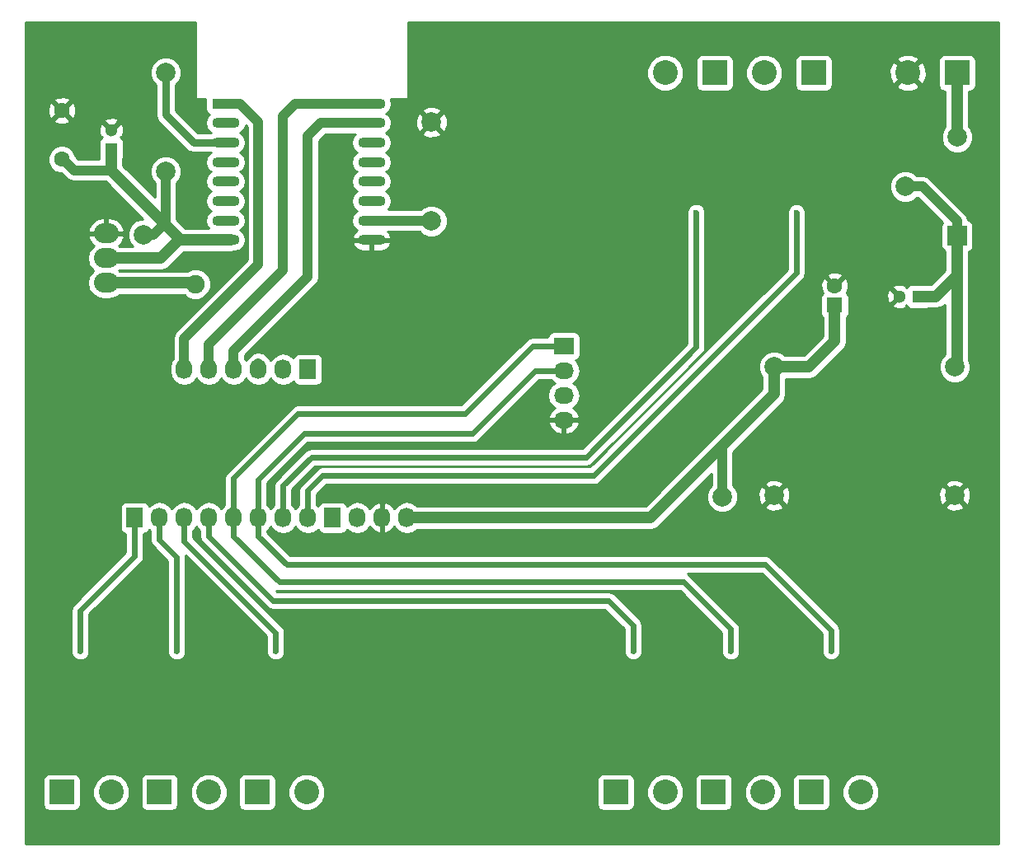
<source format=gbr>
G04 #@! TF.FileFunction,Copper,L2,Bot,Signal*
%FSLAX46Y46*%
G04 Gerber Fmt 4.6, Leading zero omitted, Abs format (unit mm)*
G04 Created by KiCad (PCBNEW 4.0.7-e2-6376~58~ubuntu16.04.1) date Tue Dec 12 15:57:28 2017*
%MOMM*%
%LPD*%
G01*
G04 APERTURE LIST*
%ADD10C,0.100000*%
%ADD11C,2.000000*%
%ADD12R,2.540000X2.540000*%
%ADD13C,2.540000*%
%ADD14R,1.727200X2.032000*%
%ADD15O,1.727200X2.032000*%
%ADD16O,2.540000X2.032000*%
%ADD17R,2.800000X1.100000*%
%ADD18O,2.800000X1.100000*%
%ADD19R,1.300000X1.300000*%
%ADD20C,1.300000*%
%ADD21R,2.000000X2.000000*%
%ADD22R,2.032000X1.727200*%
%ADD23O,2.032000X1.727200*%
%ADD24C,1.998980*%
%ADD25C,1.600000*%
%ADD26R,1.600000X1.600000*%
%ADD27C,1.900000*%
%ADD28C,0.600000*%
%ADD29C,1.000000*%
%ADD30C,0.800000*%
%ADD31C,1.200000*%
%ADD32C,0.600000*%
%ADD33C,0.254000*%
G04 APERTURE END LIST*
D10*
D11*
X166624000Y-79756000D03*
X166624000Y-92964000D03*
X185166000Y-79756000D03*
X185166000Y-92964000D03*
D12*
X185420000Y-49530000D03*
D13*
X180340000Y-49530000D03*
D14*
X121285000Y-95250000D03*
D15*
X123825000Y-95250000D03*
X126365000Y-95250000D03*
X128905000Y-95250000D03*
D16*
X98044000Y-68580000D03*
X98044000Y-66040000D03*
X98044000Y-71120000D03*
D17*
X110300000Y-52700000D03*
D18*
X110300000Y-54700000D03*
X110300000Y-56700000D03*
X110300000Y-58700000D03*
X110300000Y-60700000D03*
X110300000Y-62700000D03*
X110300000Y-64700000D03*
X110300000Y-66700000D03*
X125300000Y-66700000D03*
X125300000Y-64700000D03*
X125300000Y-62700000D03*
X125300000Y-60700000D03*
X125300000Y-58700000D03*
X125300000Y-56700000D03*
X125300000Y-54700000D03*
X125300000Y-52700000D03*
D19*
X181483000Y-72517000D03*
D20*
X179483000Y-72517000D03*
D19*
X98552000Y-57404000D03*
D20*
X98552000Y-55404000D03*
D11*
X185417460Y-56133480D03*
D21*
X185417460Y-66293480D03*
D12*
X93472000Y-123444000D03*
D13*
X98552000Y-123444000D03*
D14*
X100965000Y-95250000D03*
D15*
X103505000Y-95250000D03*
X106045000Y-95250000D03*
X108585000Y-95250000D03*
X111125000Y-95250000D03*
X113665000Y-95250000D03*
X116205000Y-95250000D03*
X118745000Y-95250000D03*
D22*
X145034000Y-77597000D03*
D23*
X145034000Y-80137000D03*
X145034000Y-82677000D03*
X145034000Y-85217000D03*
D14*
X118745000Y-80010000D03*
D15*
X116205000Y-80010000D03*
X113665000Y-80010000D03*
X111125000Y-80010000D03*
X108585000Y-80010000D03*
X106045000Y-80010000D03*
D24*
X131445000Y-64770000D03*
X131445000Y-54610000D03*
X104140000Y-59690000D03*
X104140000Y-49530000D03*
X180086000Y-61214000D03*
X101854000Y-66167000D03*
D25*
X93472000Y-58420000D03*
X93472000Y-53420000D03*
D24*
X161290000Y-93091000D03*
D26*
X172847000Y-73406000D03*
D25*
X172847000Y-71406000D03*
D12*
X170434000Y-123444000D03*
D13*
X175514000Y-123444000D03*
D12*
X103505000Y-123444000D03*
D13*
X108585000Y-123444000D03*
D12*
X170688000Y-49530000D03*
D13*
X165608000Y-49530000D03*
D12*
X113538000Y-123444000D03*
D13*
X118618000Y-123444000D03*
D12*
X160528000Y-49530000D03*
D13*
X155448000Y-49530000D03*
D12*
X150368000Y-123444000D03*
D13*
X155448000Y-123444000D03*
D12*
X160401000Y-123444000D03*
D13*
X165481000Y-123444000D03*
D27*
X107188000Y-71247000D03*
D28*
X105283000Y-108966000D03*
X168910000Y-63881000D03*
X115443000Y-108966000D03*
X152146000Y-108966000D03*
X95377000Y-108966000D03*
X158623000Y-63881000D03*
X172466000Y-108966000D03*
X162179000Y-108966000D03*
D29*
X124800000Y-54700000D02*
X120105000Y-54700000D01*
X120105000Y-54700000D02*
X118745000Y-56060000D01*
X111125000Y-78105000D02*
X111125000Y-80010000D01*
X118745000Y-70485000D02*
X111125000Y-78105000D01*
X118745000Y-56060000D02*
X118745000Y-70485000D01*
X124800000Y-52700000D02*
X117480000Y-52700000D01*
X108585000Y-77470000D02*
X108585000Y-80010000D01*
X116205000Y-69850000D02*
X108585000Y-77470000D01*
X116205000Y-53975000D02*
X116205000Y-69850000D01*
X117480000Y-52700000D02*
X116205000Y-53975000D01*
D30*
X104140000Y-49530000D02*
X104140000Y-53848000D01*
X106992000Y-56700000D02*
X110800000Y-56700000D01*
X104140000Y-53848000D02*
X106992000Y-56700000D01*
D29*
X124800000Y-64700000D02*
X131375000Y-64700000D01*
X131375000Y-64700000D02*
X131445000Y-64770000D01*
X101854000Y-66167000D02*
X102870000Y-66167000D01*
X102870000Y-66167000D02*
X104140000Y-64897000D01*
X93472000Y-58420000D02*
X93599000Y-58420000D01*
X93599000Y-58420000D02*
X94742000Y-59563000D01*
X94742000Y-59563000D02*
X98552000Y-59563000D01*
X104140000Y-59690000D02*
X104140000Y-64897000D01*
X104140000Y-64897000D02*
X104140000Y-65151000D01*
X104140000Y-65151000D02*
X104013000Y-65024000D01*
X104013000Y-65024000D02*
X104013000Y-64897000D01*
X104013000Y-64897000D02*
X104013000Y-65024000D01*
D31*
X98552000Y-57404000D02*
X98552000Y-59563000D01*
X98552000Y-59563000D02*
X104013000Y-65024000D01*
X104013000Y-65024000D02*
X105689000Y-66700000D01*
X98044000Y-68580000D02*
X103632000Y-68580000D01*
X105512000Y-66700000D02*
X105689000Y-66700000D01*
X105689000Y-66700000D02*
X110800000Y-66700000D01*
X103632000Y-68580000D02*
X105512000Y-66700000D01*
X104130000Y-59700000D02*
X104140000Y-59690000D01*
D29*
X110650000Y-66600000D02*
X110750000Y-66700000D01*
D30*
X110650000Y-66600000D02*
X110750000Y-66700000D01*
D31*
X107061000Y-71120000D02*
X98044000Y-71120000D01*
X107188000Y-71247000D02*
X107061000Y-71120000D01*
D29*
X161290000Y-93091000D02*
X161290000Y-87884000D01*
X161290000Y-87884000D02*
X161290000Y-87757000D01*
X161290000Y-87757000D02*
X161290000Y-87884000D01*
D31*
X166624000Y-79756000D02*
X170180000Y-79756000D01*
X172847000Y-77089000D02*
X172847000Y-73406000D01*
X170180000Y-79756000D02*
X172847000Y-77089000D01*
X166624000Y-79756000D02*
X166624000Y-82550000D01*
X153924000Y-95250000D02*
X128905000Y-95250000D01*
X166624000Y-82550000D02*
X161290000Y-87884000D01*
X161290000Y-87884000D02*
X153924000Y-95250000D01*
D29*
X110800000Y-52700000D02*
X111755000Y-52700000D01*
X111755000Y-52700000D02*
X113665000Y-54610000D01*
X106045000Y-76835000D02*
X106045000Y-80010000D01*
X113665000Y-69215000D02*
X106045000Y-76835000D01*
X113665000Y-54610000D02*
X113665000Y-69215000D01*
D31*
X185420000Y-49530000D02*
X185420000Y-56130940D01*
X185420000Y-56130940D02*
X185417460Y-56133480D01*
D32*
X103505000Y-97536000D02*
X103505000Y-95250000D01*
X105283000Y-99314000D02*
X103505000Y-97536000D01*
X105283000Y-104902000D02*
X105283000Y-99314000D01*
X105283000Y-108966000D02*
X105283000Y-104902000D01*
X118745000Y-95250000D02*
X118745000Y-92456000D01*
X168910000Y-70104000D02*
X168910000Y-63881000D01*
X148082000Y-90932000D02*
X168910000Y-70104000D01*
X120269000Y-90932000D02*
X148082000Y-90932000D01*
X118745000Y-92456000D02*
X120269000Y-90932000D01*
X106045000Y-95250000D02*
X106045000Y-97663000D01*
X115443000Y-107061000D02*
X115443000Y-108966000D01*
X106045000Y-97663000D02*
X115443000Y-107061000D01*
X106045000Y-95504000D02*
X106045000Y-95250000D01*
X108585000Y-95250000D02*
X108585000Y-97155000D01*
X152146000Y-106299000D02*
X152146000Y-108966000D01*
X149606000Y-103759000D02*
X152146000Y-106299000D01*
X115189000Y-103759000D02*
X149606000Y-103759000D01*
X108585000Y-97155000D02*
X115189000Y-103759000D01*
D30*
X108585000Y-95250000D02*
X108585000Y-95885000D01*
D32*
X100965000Y-99187000D02*
X100965000Y-95250000D01*
X95377000Y-104775000D02*
X100965000Y-99187000D01*
X95377000Y-108966000D02*
X95377000Y-104775000D01*
X116205000Y-95250000D02*
X116205000Y-91948000D01*
X158623000Y-77724000D02*
X158623000Y-63881000D01*
X147320000Y-89027000D02*
X158623000Y-77724000D01*
X119126000Y-89027000D02*
X147320000Y-89027000D01*
X116205000Y-91948000D02*
X119126000Y-89027000D01*
D29*
X180086000Y-61214000D02*
X181864000Y-61214000D01*
X185417460Y-64767460D02*
X185417460Y-66293480D01*
X181864000Y-61214000D02*
X185417460Y-64767460D01*
D31*
X181483000Y-72517000D02*
X183261000Y-72517000D01*
X183261000Y-72517000D02*
X185417460Y-70360540D01*
X185416940Y-66294000D02*
X185417460Y-66293480D01*
X185417460Y-66293480D02*
X185417460Y-70360540D01*
X185417460Y-70360540D02*
X185417460Y-79504540D01*
X185417460Y-79504540D02*
X185166000Y-79756000D01*
D32*
X113665000Y-95250000D02*
X113665000Y-91313000D01*
X142113000Y-80137000D02*
X145034000Y-80137000D01*
X135636000Y-86614000D02*
X142113000Y-80137000D01*
X118364000Y-86614000D02*
X135636000Y-86614000D01*
X113665000Y-91313000D02*
X118364000Y-86614000D01*
X113665000Y-95250000D02*
X113665000Y-97155000D01*
X172466000Y-106807000D02*
X172466000Y-108966000D01*
X165735000Y-100076000D02*
X172466000Y-106807000D01*
X116586000Y-100076000D02*
X165735000Y-100076000D01*
X113665000Y-97155000D02*
X116586000Y-100076000D01*
X111125000Y-95250000D02*
X111125000Y-91186000D01*
X141859000Y-77597000D02*
X145034000Y-77597000D01*
X134874000Y-84582000D02*
X141859000Y-77597000D01*
X117729000Y-84582000D02*
X134874000Y-84582000D01*
X111125000Y-91186000D02*
X117729000Y-84582000D01*
X111125000Y-95250000D02*
X111125000Y-97155000D01*
X162179000Y-106680000D02*
X162179000Y-108966000D01*
X157353000Y-101854000D02*
X162179000Y-106680000D01*
X115824000Y-101854000D02*
X157353000Y-101854000D01*
X111125000Y-97155000D02*
X115824000Y-101854000D01*
D29*
X111125000Y-95250000D02*
X111125000Y-94615000D01*
X113665000Y-80010000D02*
X113665000Y-79375000D01*
D33*
G36*
X107188000Y-52070000D02*
X107196685Y-52116159D01*
X107223965Y-52158553D01*
X107265590Y-52186994D01*
X107315000Y-52197000D01*
X108252560Y-52197000D01*
X108252560Y-53250000D01*
X108296838Y-53485317D01*
X108435910Y-53701441D01*
X108622162Y-53828701D01*
X108572210Y-53862078D01*
X108315335Y-54246520D01*
X108225132Y-54700000D01*
X108315335Y-55153480D01*
X108572210Y-55537922D01*
X108762396Y-55665000D01*
X107420711Y-55665000D01*
X105175000Y-53419288D01*
X105175000Y-50806309D01*
X105524846Y-50457073D01*
X105774206Y-49856547D01*
X105774774Y-49206306D01*
X105526462Y-48605345D01*
X105067073Y-48145154D01*
X104466547Y-47895794D01*
X103816306Y-47895226D01*
X103215345Y-48143538D01*
X102755154Y-48602927D01*
X102505794Y-49203453D01*
X102505226Y-49853694D01*
X102753538Y-50454655D01*
X103105000Y-50806731D01*
X103105000Y-53847995D01*
X103104999Y-53848000D01*
X103183785Y-54244077D01*
X103408144Y-54579856D01*
X106260142Y-57431853D01*
X106260144Y-57431856D01*
X106519578Y-57605203D01*
X106595923Y-57656215D01*
X106992000Y-57735001D01*
X106992005Y-57735000D01*
X108762396Y-57735000D01*
X108572210Y-57862078D01*
X108315335Y-58246520D01*
X108225132Y-58700000D01*
X108315335Y-59153480D01*
X108572210Y-59537922D01*
X108814778Y-59700000D01*
X108572210Y-59862078D01*
X108315335Y-60246520D01*
X108225132Y-60700000D01*
X108315335Y-61153480D01*
X108572210Y-61537922D01*
X108814778Y-61700000D01*
X108572210Y-61862078D01*
X108315335Y-62246520D01*
X108225132Y-62700000D01*
X108315335Y-63153480D01*
X108572210Y-63537922D01*
X108814778Y-63700000D01*
X108572210Y-63862078D01*
X108315335Y-64246520D01*
X108225132Y-64700000D01*
X108315335Y-65153480D01*
X108523485Y-65465000D01*
X106200554Y-65465000D01*
X105275000Y-64539446D01*
X105275000Y-60866484D01*
X105524846Y-60617073D01*
X105774206Y-60016547D01*
X105774774Y-59366306D01*
X105526462Y-58765345D01*
X105067073Y-58305154D01*
X104466547Y-58055794D01*
X103816306Y-58055226D01*
X103215345Y-58303538D01*
X102755154Y-58762927D01*
X102505794Y-59363453D01*
X102505226Y-60013694D01*
X102753538Y-60614655D01*
X103005000Y-60866556D01*
X103005000Y-62269446D01*
X99787000Y-59051446D01*
X99787000Y-58322620D01*
X99798431Y-58305890D01*
X99849440Y-58054000D01*
X99849440Y-56754000D01*
X99805162Y-56518683D01*
X99666090Y-56302559D01*
X99552671Y-56225063D01*
X99451018Y-56123410D01*
X99681611Y-56067729D01*
X99849622Y-55584922D01*
X99820083Y-55074572D01*
X99681611Y-54740271D01*
X99451016Y-54684590D01*
X98731605Y-55404000D01*
X98745748Y-55418142D01*
X98566142Y-55597748D01*
X98552000Y-55583605D01*
X98537858Y-55597748D01*
X98358252Y-55418142D01*
X98372395Y-55404000D01*
X97652984Y-54684590D01*
X97422389Y-54740271D01*
X97254378Y-55223078D01*
X97283917Y-55733428D01*
X97422389Y-56067729D01*
X97652982Y-56123410D01*
X97551320Y-56225072D01*
X97450559Y-56289910D01*
X97305569Y-56502110D01*
X97254560Y-56754000D01*
X97254560Y-58054000D01*
X97298838Y-58289317D01*
X97317000Y-58317542D01*
X97317000Y-58428000D01*
X95212132Y-58428000D01*
X94898308Y-58114176D01*
X94689243Y-57608200D01*
X94285923Y-57204176D01*
X93758691Y-56985250D01*
X93187813Y-56984752D01*
X92660200Y-57202757D01*
X92256176Y-57606077D01*
X92037250Y-58133309D01*
X92036752Y-58704187D01*
X92254757Y-59231800D01*
X92658077Y-59635824D01*
X93185309Y-59854750D01*
X93428830Y-59854962D01*
X93939434Y-60365566D01*
X94307654Y-60611603D01*
X94742000Y-60698000D01*
X97940446Y-60698000D01*
X101774886Y-64532440D01*
X101530306Y-64532226D01*
X100929345Y-64780538D01*
X100469154Y-65239927D01*
X100219794Y-65840453D01*
X100219226Y-66490694D01*
X100467538Y-67091655D01*
X100720441Y-67345000D01*
X99401633Y-67345000D01*
X99328219Y-67295946D01*
X99555236Y-67117630D01*
X99871926Y-66554477D01*
X99903975Y-66422944D01*
X99784836Y-66167000D01*
X98171000Y-66167000D01*
X98171000Y-66187000D01*
X97917000Y-66187000D01*
X97917000Y-66167000D01*
X96303164Y-66167000D01*
X96184025Y-66422944D01*
X96216074Y-66554477D01*
X96532764Y-67117630D01*
X96759781Y-67295946D01*
X96585246Y-67412567D01*
X96227354Y-67948190D01*
X96101679Y-68580000D01*
X96227354Y-69211810D01*
X96585246Y-69747433D01*
X96738748Y-69850000D01*
X96585246Y-69952567D01*
X96227354Y-70488190D01*
X96101679Y-71120000D01*
X96227354Y-71751810D01*
X96585246Y-72287433D01*
X97120869Y-72645325D01*
X97752679Y-72771000D01*
X98335321Y-72771000D01*
X98967131Y-72645325D01*
X99401633Y-72355000D01*
X106054493Y-72355000D01*
X106288997Y-72589914D01*
X106871341Y-72831724D01*
X107501893Y-72832275D01*
X108084657Y-72591481D01*
X108530914Y-72146003D01*
X108772724Y-71563659D01*
X108773275Y-70933107D01*
X108532481Y-70350343D01*
X108087003Y-69904086D01*
X107504659Y-69662276D01*
X106874107Y-69661725D01*
X106333742Y-69885000D01*
X99401633Y-69885000D01*
X99349252Y-69850000D01*
X99401633Y-69815000D01*
X103632000Y-69815000D01*
X104104614Y-69720991D01*
X104505277Y-69453277D01*
X106023554Y-67935000D01*
X110800000Y-67935000D01*
X111051366Y-67885000D01*
X111189868Y-67885000D01*
X111643348Y-67794797D01*
X112027790Y-67537922D01*
X112284665Y-67153480D01*
X112374868Y-66700000D01*
X112284665Y-66246520D01*
X112027790Y-65862078D01*
X111785222Y-65700000D01*
X112027790Y-65537922D01*
X112284665Y-65153480D01*
X112374868Y-64700000D01*
X112284665Y-64246520D01*
X112027790Y-63862078D01*
X111785222Y-63700000D01*
X112027790Y-63537922D01*
X112284665Y-63153480D01*
X112374868Y-62700000D01*
X112284665Y-62246520D01*
X112027790Y-61862078D01*
X111785222Y-61700000D01*
X112027790Y-61537922D01*
X112284665Y-61153480D01*
X112374868Y-60700000D01*
X112284665Y-60246520D01*
X112027790Y-59862078D01*
X111785222Y-59700000D01*
X112027790Y-59537922D01*
X112284665Y-59153480D01*
X112374868Y-58700000D01*
X112284665Y-58246520D01*
X112027790Y-57862078D01*
X111785222Y-57700000D01*
X112027790Y-57537922D01*
X112284665Y-57153480D01*
X112374868Y-56700000D01*
X112284665Y-56246520D01*
X112027790Y-55862078D01*
X111785222Y-55700000D01*
X112027790Y-55537922D01*
X112284665Y-55153480D01*
X112337538Y-54887670D01*
X112530000Y-55080132D01*
X112530000Y-68744868D01*
X105242434Y-76032434D01*
X104996397Y-76400654D01*
X104910000Y-76835000D01*
X104910000Y-78878324D01*
X104660474Y-79251766D01*
X104546400Y-79825255D01*
X104546400Y-80194745D01*
X104660474Y-80768234D01*
X104985330Y-81254415D01*
X105471511Y-81579271D01*
X106045000Y-81693345D01*
X106618489Y-81579271D01*
X107104670Y-81254415D01*
X107315000Y-80939634D01*
X107525330Y-81254415D01*
X108011511Y-81579271D01*
X108585000Y-81693345D01*
X109158489Y-81579271D01*
X109644670Y-81254415D01*
X109855000Y-80939634D01*
X110065330Y-81254415D01*
X110551511Y-81579271D01*
X111125000Y-81693345D01*
X111698489Y-81579271D01*
X112184670Y-81254415D01*
X112395000Y-80939634D01*
X112605330Y-81254415D01*
X113091511Y-81579271D01*
X113665000Y-81693345D01*
X114238489Y-81579271D01*
X114724670Y-81254415D01*
X114935000Y-80939634D01*
X115145330Y-81254415D01*
X115631511Y-81579271D01*
X116205000Y-81693345D01*
X116778489Y-81579271D01*
X117264670Y-81254415D01*
X117274243Y-81240087D01*
X117278238Y-81261317D01*
X117417310Y-81477441D01*
X117629510Y-81622431D01*
X117881400Y-81673440D01*
X119608600Y-81673440D01*
X119843917Y-81629162D01*
X120060041Y-81490090D01*
X120205031Y-81277890D01*
X120256040Y-81026000D01*
X120256040Y-78994000D01*
X120211762Y-78758683D01*
X120072690Y-78542559D01*
X119860490Y-78397569D01*
X119608600Y-78346560D01*
X117881400Y-78346560D01*
X117646083Y-78390838D01*
X117429959Y-78529910D01*
X117284969Y-78742110D01*
X117276600Y-78783439D01*
X117264670Y-78765585D01*
X116778489Y-78440729D01*
X116205000Y-78326655D01*
X115631511Y-78440729D01*
X115145330Y-78765585D01*
X114935000Y-79080366D01*
X114724670Y-78765585D01*
X114493349Y-78611021D01*
X114467566Y-78572434D01*
X114099346Y-78326397D01*
X113665000Y-78240000D01*
X113230654Y-78326397D01*
X112862434Y-78572434D01*
X112836651Y-78611021D01*
X112605330Y-78765585D01*
X112395000Y-79080366D01*
X112260000Y-78878324D01*
X112260000Y-78575132D01*
X119547566Y-71287566D01*
X119793603Y-70919346D01*
X119797729Y-70898603D01*
X119880000Y-70485000D01*
X119880000Y-67009744D01*
X123306197Y-67009744D01*
X123306602Y-67036146D01*
X123522276Y-67448118D01*
X123879187Y-67746196D01*
X124323000Y-67885000D01*
X125173000Y-67885000D01*
X125173000Y-66827000D01*
X125427000Y-66827000D01*
X125427000Y-67885000D01*
X126277000Y-67885000D01*
X126720813Y-67746196D01*
X127077724Y-67448118D01*
X127293398Y-67036146D01*
X127293803Y-67009744D01*
X127168361Y-66827000D01*
X125427000Y-66827000D01*
X125173000Y-66827000D01*
X123431639Y-66827000D01*
X123306197Y-67009744D01*
X119880000Y-67009744D01*
X119880000Y-56530132D01*
X120575133Y-55835000D01*
X123612735Y-55835000D01*
X123572210Y-55862078D01*
X123315335Y-56246520D01*
X123225132Y-56700000D01*
X123315335Y-57153480D01*
X123572210Y-57537922D01*
X123814778Y-57700000D01*
X123572210Y-57862078D01*
X123315335Y-58246520D01*
X123225132Y-58700000D01*
X123315335Y-59153480D01*
X123572210Y-59537922D01*
X123814778Y-59700000D01*
X123572210Y-59862078D01*
X123315335Y-60246520D01*
X123225132Y-60700000D01*
X123315335Y-61153480D01*
X123572210Y-61537922D01*
X123814778Y-61700000D01*
X123572210Y-61862078D01*
X123315335Y-62246520D01*
X123225132Y-62700000D01*
X123315335Y-63153480D01*
X123572210Y-63537922D01*
X123814778Y-63700000D01*
X123572210Y-63862078D01*
X123315335Y-64246520D01*
X123225132Y-64700000D01*
X123315335Y-65153480D01*
X123572210Y-65537922D01*
X123819831Y-65703376D01*
X123522276Y-65951882D01*
X123306602Y-66363854D01*
X123306197Y-66390256D01*
X123431639Y-66573000D01*
X125173000Y-66573000D01*
X125173000Y-66553000D01*
X125427000Y-66553000D01*
X125427000Y-66573000D01*
X127168361Y-66573000D01*
X127293803Y-66390256D01*
X127293398Y-66363854D01*
X127077724Y-65951882D01*
X126937772Y-65835000D01*
X130198638Y-65835000D01*
X130517927Y-66154846D01*
X131118453Y-66404206D01*
X131768694Y-66404774D01*
X132369655Y-66156462D01*
X132829846Y-65697073D01*
X133079206Y-65096547D01*
X133079774Y-64446306D01*
X132831462Y-63845345D01*
X132372073Y-63385154D01*
X131771547Y-63135794D01*
X131121306Y-63135226D01*
X130520345Y-63383538D01*
X130338566Y-63565000D01*
X126987265Y-63565000D01*
X127027790Y-63537922D01*
X127284665Y-63153480D01*
X127374868Y-62700000D01*
X127284665Y-62246520D01*
X127027790Y-61862078D01*
X126785222Y-61700000D01*
X127027790Y-61537922D01*
X127027942Y-61537694D01*
X178451226Y-61537694D01*
X178699538Y-62138655D01*
X179158927Y-62598846D01*
X179759453Y-62848206D01*
X180409694Y-62848774D01*
X181010655Y-62600462D01*
X181262556Y-62349000D01*
X181393868Y-62349000D01*
X183928772Y-64883904D01*
X183821029Y-65041590D01*
X183770020Y-65293480D01*
X183770020Y-67293480D01*
X183814298Y-67528797D01*
X183953370Y-67744921D01*
X184165570Y-67889911D01*
X184182460Y-67893331D01*
X184182460Y-69848986D01*
X182749446Y-71282000D01*
X182401620Y-71282000D01*
X182384890Y-71270569D01*
X182133000Y-71219560D01*
X180833000Y-71219560D01*
X180597683Y-71263838D01*
X180381559Y-71402910D01*
X180304063Y-71516329D01*
X180202410Y-71617982D01*
X180146729Y-71387389D01*
X179663922Y-71219378D01*
X179153572Y-71248917D01*
X178819271Y-71387389D01*
X178763590Y-71617984D01*
X179483000Y-72337395D01*
X179497142Y-72323252D01*
X179676748Y-72502858D01*
X179662605Y-72517000D01*
X179676748Y-72531142D01*
X179497142Y-72710748D01*
X179483000Y-72696605D01*
X178763590Y-73416016D01*
X178819271Y-73646611D01*
X179302078Y-73814622D01*
X179812428Y-73785083D01*
X180146729Y-73646611D01*
X180202410Y-73416018D01*
X180304072Y-73517680D01*
X180368910Y-73618441D01*
X180581110Y-73763431D01*
X180833000Y-73814440D01*
X182133000Y-73814440D01*
X182368317Y-73770162D01*
X182396542Y-73752000D01*
X183261000Y-73752000D01*
X183733614Y-73657991D01*
X184134277Y-73390277D01*
X184182460Y-73342094D01*
X184182460Y-78427601D01*
X183780722Y-78828637D01*
X183531284Y-79429352D01*
X183530716Y-80079795D01*
X183779106Y-80680943D01*
X184238637Y-81141278D01*
X184839352Y-81390716D01*
X185489795Y-81391284D01*
X186090943Y-81142894D01*
X186551278Y-80683363D01*
X186800716Y-80082648D01*
X186801284Y-79432205D01*
X186652460Y-79072024D01*
X186652460Y-67896702D01*
X186652777Y-67896642D01*
X186868901Y-67757570D01*
X187013891Y-67545370D01*
X187064900Y-67293480D01*
X187064900Y-65293480D01*
X187020622Y-65058163D01*
X186881550Y-64842039D01*
X186669350Y-64697049D01*
X186532960Y-64669429D01*
X186466063Y-64333114D01*
X186220026Y-63964894D01*
X182666566Y-60411434D01*
X182480228Y-60286927D01*
X182298346Y-60165397D01*
X181864000Y-60079000D01*
X181262484Y-60079000D01*
X181013073Y-59829154D01*
X180412547Y-59579794D01*
X179762306Y-59579226D01*
X179161345Y-59827538D01*
X178701154Y-60286927D01*
X178451794Y-60887453D01*
X178451226Y-61537694D01*
X127027942Y-61537694D01*
X127284665Y-61153480D01*
X127374868Y-60700000D01*
X127284665Y-60246520D01*
X127027790Y-59862078D01*
X126785222Y-59700000D01*
X127027790Y-59537922D01*
X127284665Y-59153480D01*
X127374868Y-58700000D01*
X127284665Y-58246520D01*
X127027790Y-57862078D01*
X126785222Y-57700000D01*
X127027790Y-57537922D01*
X127284665Y-57153480D01*
X127374868Y-56700000D01*
X127284665Y-56246520D01*
X127027790Y-55862078D01*
X126878256Y-55762163D01*
X130472443Y-55762163D01*
X130571042Y-56028965D01*
X131180582Y-56255401D01*
X131830377Y-56231341D01*
X132318958Y-56028965D01*
X132417557Y-55762163D01*
X131445000Y-54789605D01*
X130472443Y-55762163D01*
X126878256Y-55762163D01*
X126785222Y-55700000D01*
X127027790Y-55537922D01*
X127284665Y-55153480D01*
X127374868Y-54700000D01*
X127304370Y-54345582D01*
X129799599Y-54345582D01*
X129823659Y-54995377D01*
X130026035Y-55483958D01*
X130292837Y-55582557D01*
X131265395Y-54610000D01*
X131624605Y-54610000D01*
X132597163Y-55582557D01*
X132863965Y-55483958D01*
X133090401Y-54874418D01*
X133066341Y-54224623D01*
X132863965Y-53736042D01*
X132597163Y-53637443D01*
X131624605Y-54610000D01*
X131265395Y-54610000D01*
X130292837Y-53637443D01*
X130026035Y-53736042D01*
X129799599Y-54345582D01*
X127304370Y-54345582D01*
X127284665Y-54246520D01*
X127027790Y-53862078D01*
X126785222Y-53700000D01*
X127027790Y-53537922D01*
X127081300Y-53457837D01*
X130472443Y-53457837D01*
X131445000Y-54430395D01*
X132417557Y-53457837D01*
X132318958Y-53191035D01*
X131709418Y-52964599D01*
X131059623Y-52988659D01*
X130571042Y-53191035D01*
X130472443Y-53457837D01*
X127081300Y-53457837D01*
X127284665Y-53153480D01*
X127374868Y-52700000D01*
X127284665Y-52246520D01*
X127251577Y-52197000D01*
X128905000Y-52197000D01*
X128951159Y-52188315D01*
X128993553Y-52161035D01*
X129021994Y-52119410D01*
X129032000Y-52070000D01*
X129032000Y-49907265D01*
X153542670Y-49907265D01*
X153832078Y-50607686D01*
X154367495Y-51144039D01*
X155067410Y-51434668D01*
X155825265Y-51435330D01*
X156525686Y-51145922D01*
X157062039Y-50610505D01*
X157352668Y-49910590D01*
X157353330Y-49152735D01*
X157063922Y-48452314D01*
X156871944Y-48260000D01*
X158610560Y-48260000D01*
X158610560Y-50800000D01*
X158654838Y-51035317D01*
X158793910Y-51251441D01*
X159006110Y-51396431D01*
X159258000Y-51447440D01*
X161798000Y-51447440D01*
X162033317Y-51403162D01*
X162249441Y-51264090D01*
X162394431Y-51051890D01*
X162445440Y-50800000D01*
X162445440Y-49907265D01*
X163702670Y-49907265D01*
X163992078Y-50607686D01*
X164527495Y-51144039D01*
X165227410Y-51434668D01*
X165985265Y-51435330D01*
X166685686Y-51145922D01*
X167222039Y-50610505D01*
X167512668Y-49910590D01*
X167513330Y-49152735D01*
X167223922Y-48452314D01*
X167031944Y-48260000D01*
X168770560Y-48260000D01*
X168770560Y-50800000D01*
X168814838Y-51035317D01*
X168953910Y-51251441D01*
X169166110Y-51396431D01*
X169418000Y-51447440D01*
X171958000Y-51447440D01*
X172193317Y-51403162D01*
X172409441Y-51264090D01*
X172554431Y-51051890D01*
X172589689Y-50877777D01*
X179171828Y-50877777D01*
X179303520Y-51172657D01*
X180011036Y-51444261D01*
X180768632Y-51424436D01*
X181376480Y-51172657D01*
X181508172Y-50877777D01*
X180340000Y-49709605D01*
X179171828Y-50877777D01*
X172589689Y-50877777D01*
X172605440Y-50800000D01*
X172605440Y-49201036D01*
X178425739Y-49201036D01*
X178445564Y-49958632D01*
X178697343Y-50566480D01*
X178992223Y-50698172D01*
X180160395Y-49530000D01*
X180519605Y-49530000D01*
X181687777Y-50698172D01*
X181982657Y-50566480D01*
X182254261Y-49858964D01*
X182234436Y-49101368D01*
X181982657Y-48493520D01*
X181687777Y-48361828D01*
X180519605Y-49530000D01*
X180160395Y-49530000D01*
X178992223Y-48361828D01*
X178697343Y-48493520D01*
X178425739Y-49201036D01*
X172605440Y-49201036D01*
X172605440Y-48260000D01*
X172590806Y-48182223D01*
X179171828Y-48182223D01*
X180340000Y-49350395D01*
X181430395Y-48260000D01*
X183502560Y-48260000D01*
X183502560Y-50800000D01*
X183546838Y-51035317D01*
X183685910Y-51251441D01*
X183898110Y-51396431D01*
X184150000Y-51447440D01*
X184185000Y-51447440D01*
X184185000Y-55053566D01*
X184032182Y-55206117D01*
X183782744Y-55806832D01*
X183782176Y-56457275D01*
X184030566Y-57058423D01*
X184490097Y-57518758D01*
X185090812Y-57768196D01*
X185741255Y-57768764D01*
X186342403Y-57520374D01*
X186802738Y-57060843D01*
X187052176Y-56460128D01*
X187052744Y-55809685D01*
X186804354Y-55208537D01*
X186655000Y-55058922D01*
X186655000Y-51447440D01*
X186690000Y-51447440D01*
X186925317Y-51403162D01*
X187141441Y-51264090D01*
X187286431Y-51051890D01*
X187337440Y-50800000D01*
X187337440Y-48260000D01*
X187293162Y-48024683D01*
X187154090Y-47808559D01*
X186941890Y-47663569D01*
X186690000Y-47612560D01*
X184150000Y-47612560D01*
X183914683Y-47656838D01*
X183698559Y-47795910D01*
X183553569Y-48008110D01*
X183502560Y-48260000D01*
X181430395Y-48260000D01*
X181508172Y-48182223D01*
X181376480Y-47887343D01*
X180668964Y-47615739D01*
X179911368Y-47635564D01*
X179303520Y-47887343D01*
X179171828Y-48182223D01*
X172590806Y-48182223D01*
X172561162Y-48024683D01*
X172422090Y-47808559D01*
X172209890Y-47663569D01*
X171958000Y-47612560D01*
X169418000Y-47612560D01*
X169182683Y-47656838D01*
X168966559Y-47795910D01*
X168821569Y-48008110D01*
X168770560Y-48260000D01*
X167031944Y-48260000D01*
X166688505Y-47915961D01*
X165988590Y-47625332D01*
X165230735Y-47624670D01*
X164530314Y-47914078D01*
X163993961Y-48449495D01*
X163703332Y-49149410D01*
X163702670Y-49907265D01*
X162445440Y-49907265D01*
X162445440Y-48260000D01*
X162401162Y-48024683D01*
X162262090Y-47808559D01*
X162049890Y-47663569D01*
X161798000Y-47612560D01*
X159258000Y-47612560D01*
X159022683Y-47656838D01*
X158806559Y-47795910D01*
X158661569Y-48008110D01*
X158610560Y-48260000D01*
X156871944Y-48260000D01*
X156528505Y-47915961D01*
X155828590Y-47625332D01*
X155070735Y-47624670D01*
X154370314Y-47914078D01*
X153833961Y-48449495D01*
X153543332Y-49149410D01*
X153542670Y-49907265D01*
X129032000Y-49907265D01*
X129032000Y-44310000D01*
X189690000Y-44310000D01*
X189690000Y-128790000D01*
X89762000Y-128790000D01*
X89762000Y-122174000D01*
X91554560Y-122174000D01*
X91554560Y-124714000D01*
X91598838Y-124949317D01*
X91737910Y-125165441D01*
X91950110Y-125310431D01*
X92202000Y-125361440D01*
X94742000Y-125361440D01*
X94977317Y-125317162D01*
X95193441Y-125178090D01*
X95338431Y-124965890D01*
X95389440Y-124714000D01*
X95389440Y-123821265D01*
X96646670Y-123821265D01*
X96936078Y-124521686D01*
X97471495Y-125058039D01*
X98171410Y-125348668D01*
X98929265Y-125349330D01*
X99629686Y-125059922D01*
X100166039Y-124524505D01*
X100456668Y-123824590D01*
X100457330Y-123066735D01*
X100167922Y-122366314D01*
X99975944Y-122174000D01*
X101587560Y-122174000D01*
X101587560Y-124714000D01*
X101631838Y-124949317D01*
X101770910Y-125165441D01*
X101983110Y-125310431D01*
X102235000Y-125361440D01*
X104775000Y-125361440D01*
X105010317Y-125317162D01*
X105226441Y-125178090D01*
X105371431Y-124965890D01*
X105422440Y-124714000D01*
X105422440Y-123821265D01*
X106679670Y-123821265D01*
X106969078Y-124521686D01*
X107504495Y-125058039D01*
X108204410Y-125348668D01*
X108962265Y-125349330D01*
X109662686Y-125059922D01*
X110199039Y-124524505D01*
X110489668Y-123824590D01*
X110490330Y-123066735D01*
X110200922Y-122366314D01*
X110008944Y-122174000D01*
X111620560Y-122174000D01*
X111620560Y-124714000D01*
X111664838Y-124949317D01*
X111803910Y-125165441D01*
X112016110Y-125310431D01*
X112268000Y-125361440D01*
X114808000Y-125361440D01*
X115043317Y-125317162D01*
X115259441Y-125178090D01*
X115404431Y-124965890D01*
X115455440Y-124714000D01*
X115455440Y-123821265D01*
X116712670Y-123821265D01*
X117002078Y-124521686D01*
X117537495Y-125058039D01*
X118237410Y-125348668D01*
X118995265Y-125349330D01*
X119695686Y-125059922D01*
X120232039Y-124524505D01*
X120522668Y-123824590D01*
X120523330Y-123066735D01*
X120233922Y-122366314D01*
X120041944Y-122174000D01*
X148450560Y-122174000D01*
X148450560Y-124714000D01*
X148494838Y-124949317D01*
X148633910Y-125165441D01*
X148846110Y-125310431D01*
X149098000Y-125361440D01*
X151638000Y-125361440D01*
X151873317Y-125317162D01*
X152089441Y-125178090D01*
X152234431Y-124965890D01*
X152285440Y-124714000D01*
X152285440Y-123821265D01*
X153542670Y-123821265D01*
X153832078Y-124521686D01*
X154367495Y-125058039D01*
X155067410Y-125348668D01*
X155825265Y-125349330D01*
X156525686Y-125059922D01*
X157062039Y-124524505D01*
X157352668Y-123824590D01*
X157353330Y-123066735D01*
X157063922Y-122366314D01*
X156871944Y-122174000D01*
X158483560Y-122174000D01*
X158483560Y-124714000D01*
X158527838Y-124949317D01*
X158666910Y-125165441D01*
X158879110Y-125310431D01*
X159131000Y-125361440D01*
X161671000Y-125361440D01*
X161906317Y-125317162D01*
X162122441Y-125178090D01*
X162267431Y-124965890D01*
X162318440Y-124714000D01*
X162318440Y-123821265D01*
X163575670Y-123821265D01*
X163865078Y-124521686D01*
X164400495Y-125058039D01*
X165100410Y-125348668D01*
X165858265Y-125349330D01*
X166558686Y-125059922D01*
X167095039Y-124524505D01*
X167385668Y-123824590D01*
X167386330Y-123066735D01*
X167096922Y-122366314D01*
X166904944Y-122174000D01*
X168516560Y-122174000D01*
X168516560Y-124714000D01*
X168560838Y-124949317D01*
X168699910Y-125165441D01*
X168912110Y-125310431D01*
X169164000Y-125361440D01*
X171704000Y-125361440D01*
X171939317Y-125317162D01*
X172155441Y-125178090D01*
X172300431Y-124965890D01*
X172351440Y-124714000D01*
X172351440Y-123821265D01*
X173608670Y-123821265D01*
X173898078Y-124521686D01*
X174433495Y-125058039D01*
X175133410Y-125348668D01*
X175891265Y-125349330D01*
X176591686Y-125059922D01*
X177128039Y-124524505D01*
X177418668Y-123824590D01*
X177419330Y-123066735D01*
X177129922Y-122366314D01*
X176594505Y-121829961D01*
X175894590Y-121539332D01*
X175136735Y-121538670D01*
X174436314Y-121828078D01*
X173899961Y-122363495D01*
X173609332Y-123063410D01*
X173608670Y-123821265D01*
X172351440Y-123821265D01*
X172351440Y-122174000D01*
X172307162Y-121938683D01*
X172168090Y-121722559D01*
X171955890Y-121577569D01*
X171704000Y-121526560D01*
X169164000Y-121526560D01*
X168928683Y-121570838D01*
X168712559Y-121709910D01*
X168567569Y-121922110D01*
X168516560Y-122174000D01*
X166904944Y-122174000D01*
X166561505Y-121829961D01*
X165861590Y-121539332D01*
X165103735Y-121538670D01*
X164403314Y-121828078D01*
X163866961Y-122363495D01*
X163576332Y-123063410D01*
X163575670Y-123821265D01*
X162318440Y-123821265D01*
X162318440Y-122174000D01*
X162274162Y-121938683D01*
X162135090Y-121722559D01*
X161922890Y-121577569D01*
X161671000Y-121526560D01*
X159131000Y-121526560D01*
X158895683Y-121570838D01*
X158679559Y-121709910D01*
X158534569Y-121922110D01*
X158483560Y-122174000D01*
X156871944Y-122174000D01*
X156528505Y-121829961D01*
X155828590Y-121539332D01*
X155070735Y-121538670D01*
X154370314Y-121828078D01*
X153833961Y-122363495D01*
X153543332Y-123063410D01*
X153542670Y-123821265D01*
X152285440Y-123821265D01*
X152285440Y-122174000D01*
X152241162Y-121938683D01*
X152102090Y-121722559D01*
X151889890Y-121577569D01*
X151638000Y-121526560D01*
X149098000Y-121526560D01*
X148862683Y-121570838D01*
X148646559Y-121709910D01*
X148501569Y-121922110D01*
X148450560Y-122174000D01*
X120041944Y-122174000D01*
X119698505Y-121829961D01*
X118998590Y-121539332D01*
X118240735Y-121538670D01*
X117540314Y-121828078D01*
X117003961Y-122363495D01*
X116713332Y-123063410D01*
X116712670Y-123821265D01*
X115455440Y-123821265D01*
X115455440Y-122174000D01*
X115411162Y-121938683D01*
X115272090Y-121722559D01*
X115059890Y-121577569D01*
X114808000Y-121526560D01*
X112268000Y-121526560D01*
X112032683Y-121570838D01*
X111816559Y-121709910D01*
X111671569Y-121922110D01*
X111620560Y-122174000D01*
X110008944Y-122174000D01*
X109665505Y-121829961D01*
X108965590Y-121539332D01*
X108207735Y-121538670D01*
X107507314Y-121828078D01*
X106970961Y-122363495D01*
X106680332Y-123063410D01*
X106679670Y-123821265D01*
X105422440Y-123821265D01*
X105422440Y-122174000D01*
X105378162Y-121938683D01*
X105239090Y-121722559D01*
X105026890Y-121577569D01*
X104775000Y-121526560D01*
X102235000Y-121526560D01*
X101999683Y-121570838D01*
X101783559Y-121709910D01*
X101638569Y-121922110D01*
X101587560Y-122174000D01*
X99975944Y-122174000D01*
X99632505Y-121829961D01*
X98932590Y-121539332D01*
X98174735Y-121538670D01*
X97474314Y-121828078D01*
X96937961Y-122363495D01*
X96647332Y-123063410D01*
X96646670Y-123821265D01*
X95389440Y-123821265D01*
X95389440Y-122174000D01*
X95345162Y-121938683D01*
X95206090Y-121722559D01*
X94993890Y-121577569D01*
X94742000Y-121526560D01*
X92202000Y-121526560D01*
X91966683Y-121570838D01*
X91750559Y-121709910D01*
X91605569Y-121922110D01*
X91554560Y-122174000D01*
X89762000Y-122174000D01*
X89762000Y-109151167D01*
X94441838Y-109151167D01*
X94583883Y-109494943D01*
X94846673Y-109758192D01*
X95190201Y-109900838D01*
X95562167Y-109901162D01*
X95905943Y-109759117D01*
X96169192Y-109496327D01*
X96311838Y-109152799D01*
X96312162Y-108780833D01*
X96312000Y-108780441D01*
X96312000Y-105162290D01*
X101626145Y-99848145D01*
X101828827Y-99544809D01*
X101900000Y-99187000D01*
X101900000Y-96900005D01*
X102063917Y-96869162D01*
X102280041Y-96730090D01*
X102425031Y-96517890D01*
X102433400Y-96476561D01*
X102445330Y-96494415D01*
X102570000Y-96577717D01*
X102570000Y-97536000D01*
X102641173Y-97893809D01*
X102843855Y-98197145D01*
X104348000Y-99701290D01*
X104348000Y-108965184D01*
X104347838Y-109151167D01*
X104489883Y-109494943D01*
X104752673Y-109758192D01*
X105096201Y-109900838D01*
X105468167Y-109901162D01*
X105811943Y-109759117D01*
X106075192Y-109496327D01*
X106217838Y-109152799D01*
X106218162Y-108780833D01*
X106218000Y-108780441D01*
X106218000Y-99314000D01*
X106179337Y-99119627D01*
X114508000Y-107448290D01*
X114508000Y-108965184D01*
X114507838Y-109151167D01*
X114649883Y-109494943D01*
X114912673Y-109758192D01*
X115256201Y-109900838D01*
X115628167Y-109901162D01*
X115971943Y-109759117D01*
X116235192Y-109496327D01*
X116377838Y-109152799D01*
X116378162Y-108780833D01*
X116378000Y-108780441D01*
X116378000Y-107061000D01*
X116306827Y-106703191D01*
X116104145Y-106399855D01*
X106980000Y-97275710D01*
X106980000Y-96577717D01*
X107104670Y-96494415D01*
X107315000Y-96179634D01*
X107525330Y-96494415D01*
X107650000Y-96577717D01*
X107650000Y-97155000D01*
X107721173Y-97512809D01*
X107923855Y-97816145D01*
X114527855Y-104420145D01*
X114831191Y-104622827D01*
X115189000Y-104694000D01*
X149218710Y-104694000D01*
X151211000Y-106686290D01*
X151211000Y-108965184D01*
X151210838Y-109151167D01*
X151352883Y-109494943D01*
X151615673Y-109758192D01*
X151959201Y-109900838D01*
X152331167Y-109901162D01*
X152674943Y-109759117D01*
X152938192Y-109496327D01*
X153080838Y-109152799D01*
X153081162Y-108780833D01*
X153081000Y-108780441D01*
X153081000Y-106299000D01*
X153009827Y-105941191D01*
X152807145Y-105637855D01*
X150267145Y-103097855D01*
X149963809Y-102895173D01*
X149606000Y-102824000D01*
X115576290Y-102824000D01*
X115471092Y-102718802D01*
X115525556Y-102729636D01*
X115824000Y-102789001D01*
X115824005Y-102789000D01*
X156965710Y-102789000D01*
X161244000Y-107067290D01*
X161244000Y-108965184D01*
X161243838Y-109151167D01*
X161385883Y-109494943D01*
X161648673Y-109758192D01*
X161992201Y-109900838D01*
X162364167Y-109901162D01*
X162707943Y-109759117D01*
X162971192Y-109496327D01*
X163113838Y-109152799D01*
X163114162Y-108780833D01*
X163114000Y-108780441D01*
X163114000Y-106680000D01*
X163042827Y-106322191D01*
X162840145Y-106018855D01*
X158014145Y-101192855D01*
X157741979Y-101011000D01*
X165347710Y-101011000D01*
X171531000Y-107194289D01*
X171531000Y-108965184D01*
X171530838Y-109151167D01*
X171672883Y-109494943D01*
X171935673Y-109758192D01*
X172279201Y-109900838D01*
X172651167Y-109901162D01*
X172994943Y-109759117D01*
X173258192Y-109496327D01*
X173400838Y-109152799D01*
X173401162Y-108780833D01*
X173401000Y-108780441D01*
X173401000Y-106807000D01*
X173329827Y-106449191D01*
X173127145Y-106145855D01*
X173127142Y-106145853D01*
X166396145Y-99414855D01*
X166092809Y-99212173D01*
X165735000Y-99141000D01*
X116973290Y-99141000D01*
X114600000Y-96767710D01*
X114600000Y-96577717D01*
X114724670Y-96494415D01*
X114935000Y-96179634D01*
X115145330Y-96494415D01*
X115631511Y-96819271D01*
X116205000Y-96933345D01*
X116778489Y-96819271D01*
X117264670Y-96494415D01*
X117475000Y-96179634D01*
X117685330Y-96494415D01*
X118171511Y-96819271D01*
X118745000Y-96933345D01*
X119318489Y-96819271D01*
X119804670Y-96494415D01*
X119814243Y-96480087D01*
X119818238Y-96501317D01*
X119957310Y-96717441D01*
X120169510Y-96862431D01*
X120421400Y-96913440D01*
X122148600Y-96913440D01*
X122383917Y-96869162D01*
X122600041Y-96730090D01*
X122745031Y-96517890D01*
X122753400Y-96476561D01*
X122765330Y-96494415D01*
X123251511Y-96819271D01*
X123825000Y-96933345D01*
X124398489Y-96819271D01*
X124884670Y-96494415D01*
X125091461Y-96184931D01*
X125462964Y-96600732D01*
X125990209Y-96854709D01*
X126005974Y-96857358D01*
X126238000Y-96736217D01*
X126238000Y-95377000D01*
X126218000Y-95377000D01*
X126218000Y-95123000D01*
X126238000Y-95123000D01*
X126238000Y-93763783D01*
X126492000Y-93763783D01*
X126492000Y-95123000D01*
X126512000Y-95123000D01*
X126512000Y-95377000D01*
X126492000Y-95377000D01*
X126492000Y-96736217D01*
X126724026Y-96857358D01*
X126739791Y-96854709D01*
X127267036Y-96600732D01*
X127638539Y-96184931D01*
X127845330Y-96494415D01*
X128331511Y-96819271D01*
X128905000Y-96933345D01*
X129478489Y-96819271D01*
X129964670Y-96494415D01*
X129970961Y-96485000D01*
X153924000Y-96485000D01*
X154396614Y-96390991D01*
X154797277Y-96123277D01*
X160155000Y-90765554D01*
X160155000Y-91914516D01*
X159905154Y-92163927D01*
X159655794Y-92764453D01*
X159655226Y-93414694D01*
X159903538Y-94015655D01*
X160362927Y-94475846D01*
X160963453Y-94725206D01*
X161613694Y-94725774D01*
X162214655Y-94477462D01*
X162576215Y-94116532D01*
X165651073Y-94116532D01*
X165749736Y-94383387D01*
X166359461Y-94609908D01*
X167009460Y-94585856D01*
X167498264Y-94383387D01*
X167596927Y-94116532D01*
X184193073Y-94116532D01*
X184291736Y-94383387D01*
X184901461Y-94609908D01*
X185551460Y-94585856D01*
X186040264Y-94383387D01*
X186138927Y-94116532D01*
X185166000Y-93143605D01*
X184193073Y-94116532D01*
X167596927Y-94116532D01*
X166624000Y-93143605D01*
X165651073Y-94116532D01*
X162576215Y-94116532D01*
X162674846Y-94018073D01*
X162924206Y-93417547D01*
X162924774Y-92767306D01*
X162896742Y-92699461D01*
X164978092Y-92699461D01*
X165002144Y-93349460D01*
X165204613Y-93838264D01*
X165471468Y-93936927D01*
X166444395Y-92964000D01*
X166803605Y-92964000D01*
X167776532Y-93936927D01*
X168043387Y-93838264D01*
X168269908Y-93228539D01*
X168250331Y-92699461D01*
X183520092Y-92699461D01*
X183544144Y-93349460D01*
X183746613Y-93838264D01*
X184013468Y-93936927D01*
X184986395Y-92964000D01*
X185345605Y-92964000D01*
X186318532Y-93936927D01*
X186585387Y-93838264D01*
X186811908Y-93228539D01*
X186787856Y-92578540D01*
X186585387Y-92089736D01*
X186318532Y-91991073D01*
X185345605Y-92964000D01*
X184986395Y-92964000D01*
X184013468Y-91991073D01*
X183746613Y-92089736D01*
X183520092Y-92699461D01*
X168250331Y-92699461D01*
X168245856Y-92578540D01*
X168043387Y-92089736D01*
X167776532Y-91991073D01*
X166803605Y-92964000D01*
X166444395Y-92964000D01*
X165471468Y-91991073D01*
X165204613Y-92089736D01*
X164978092Y-92699461D01*
X162896742Y-92699461D01*
X162676462Y-92166345D01*
X162425000Y-91914444D01*
X162425000Y-91811468D01*
X165651073Y-91811468D01*
X166624000Y-92784395D01*
X167596927Y-91811468D01*
X184193073Y-91811468D01*
X185166000Y-92784395D01*
X186138927Y-91811468D01*
X186040264Y-91544613D01*
X185430539Y-91318092D01*
X184780540Y-91342144D01*
X184291736Y-91544613D01*
X184193073Y-91811468D01*
X167596927Y-91811468D01*
X167498264Y-91544613D01*
X166888539Y-91318092D01*
X166238540Y-91342144D01*
X165749736Y-91544613D01*
X165651073Y-91811468D01*
X162425000Y-91811468D01*
X162425000Y-88495554D01*
X167497277Y-83423277D01*
X167764991Y-83022614D01*
X167859000Y-82550000D01*
X167859000Y-80991000D01*
X170180000Y-80991000D01*
X170652614Y-80896991D01*
X171053277Y-80629277D01*
X173720277Y-77962277D01*
X173987991Y-77561614D01*
X174082000Y-77089000D01*
X174082000Y-74680669D01*
X174098441Y-74670090D01*
X174243431Y-74457890D01*
X174294440Y-74206000D01*
X174294440Y-72606000D01*
X174250162Y-72370683D01*
X174227895Y-72336078D01*
X178185378Y-72336078D01*
X178214917Y-72846428D01*
X178353389Y-73180729D01*
X178583984Y-73236410D01*
X179303395Y-72517000D01*
X178583984Y-71797590D01*
X178353389Y-71853271D01*
X178185378Y-72336078D01*
X174227895Y-72336078D01*
X174111090Y-72154559D01*
X174104452Y-72150023D01*
X174293965Y-71622777D01*
X174266778Y-71052546D01*
X174100864Y-70651995D01*
X173854745Y-70577861D01*
X173026605Y-71406000D01*
X173040748Y-71420142D01*
X172861143Y-71599748D01*
X172847000Y-71585605D01*
X172832858Y-71599748D01*
X172653252Y-71420142D01*
X172667395Y-71406000D01*
X171839255Y-70577861D01*
X171593136Y-70651995D01*
X171400035Y-71189223D01*
X171427222Y-71759454D01*
X171589384Y-72150947D01*
X171450569Y-72354110D01*
X171399560Y-72606000D01*
X171399560Y-74206000D01*
X171443838Y-74441317D01*
X171582910Y-74657441D01*
X171612000Y-74677317D01*
X171612000Y-76577446D01*
X169668446Y-78521000D01*
X167701379Y-78521000D01*
X167551363Y-78370722D01*
X166950648Y-78121284D01*
X166300205Y-78120716D01*
X165699057Y-78369106D01*
X165238722Y-78828637D01*
X164989284Y-79429352D01*
X164988716Y-80079795D01*
X165237106Y-80680943D01*
X165389000Y-80833103D01*
X165389000Y-82038446D01*
X153412446Y-94015000D01*
X129970961Y-94015000D01*
X129964670Y-94005585D01*
X129478489Y-93680729D01*
X128905000Y-93566655D01*
X128331511Y-93680729D01*
X127845330Y-94005585D01*
X127638539Y-94315069D01*
X127267036Y-93899268D01*
X126739791Y-93645291D01*
X126724026Y-93642642D01*
X126492000Y-93763783D01*
X126238000Y-93763783D01*
X126005974Y-93642642D01*
X125990209Y-93645291D01*
X125462964Y-93899268D01*
X125091461Y-94315069D01*
X124884670Y-94005585D01*
X124398489Y-93680729D01*
X123825000Y-93566655D01*
X123251511Y-93680729D01*
X122765330Y-94005585D01*
X122755757Y-94019913D01*
X122751762Y-93998683D01*
X122612690Y-93782559D01*
X122400490Y-93637569D01*
X122148600Y-93586560D01*
X120421400Y-93586560D01*
X120186083Y-93630838D01*
X119969959Y-93769910D01*
X119824969Y-93982110D01*
X119816600Y-94023439D01*
X119804670Y-94005585D01*
X119680000Y-93922283D01*
X119680000Y-92843290D01*
X120656290Y-91867000D01*
X148082000Y-91867000D01*
X148439809Y-91795827D01*
X148743145Y-91593145D01*
X169571145Y-70765145D01*
X169773827Y-70461809D01*
X169786468Y-70398255D01*
X172018861Y-70398255D01*
X172847000Y-71226395D01*
X173675139Y-70398255D01*
X173601005Y-70152136D01*
X173063777Y-69959035D01*
X172493546Y-69986222D01*
X172092995Y-70152136D01*
X172018861Y-70398255D01*
X169786468Y-70398255D01*
X169845000Y-70104000D01*
X169845000Y-63881816D01*
X169845162Y-63695833D01*
X169703117Y-63352057D01*
X169440327Y-63088808D01*
X169096799Y-62946162D01*
X168724833Y-62945838D01*
X168381057Y-63087883D01*
X168117808Y-63350673D01*
X167975162Y-63694201D01*
X167974838Y-64066167D01*
X167975000Y-64066559D01*
X167975000Y-69716710D01*
X147694710Y-89997000D01*
X120269000Y-89997000D01*
X119911191Y-90068173D01*
X119607855Y-90270855D01*
X118083855Y-91794855D01*
X117881173Y-92098191D01*
X117810000Y-92456000D01*
X117810000Y-93922283D01*
X117685330Y-94005585D01*
X117475000Y-94320366D01*
X117264670Y-94005585D01*
X117140000Y-93922283D01*
X117140000Y-92335290D01*
X119513290Y-89962000D01*
X147320000Y-89962000D01*
X147677809Y-89890827D01*
X147981145Y-89688145D01*
X159284145Y-78385145D01*
X159486827Y-78081809D01*
X159558000Y-77724000D01*
X159558000Y-63881816D01*
X159558162Y-63695833D01*
X159416117Y-63352057D01*
X159153327Y-63088808D01*
X158809799Y-62946162D01*
X158437833Y-62945838D01*
X158094057Y-63087883D01*
X157830808Y-63350673D01*
X157688162Y-63694201D01*
X157687838Y-64066167D01*
X157688000Y-64066559D01*
X157688000Y-77336710D01*
X146932710Y-88092000D01*
X119126000Y-88092000D01*
X118768191Y-88163173D01*
X118464855Y-88365855D01*
X115543855Y-91286855D01*
X115341173Y-91590191D01*
X115270000Y-91948000D01*
X115270000Y-93922283D01*
X115145330Y-94005585D01*
X114935000Y-94320366D01*
X114724670Y-94005585D01*
X114600000Y-93922283D01*
X114600000Y-91700290D01*
X118751290Y-87549000D01*
X135636000Y-87549000D01*
X135993809Y-87477827D01*
X136297145Y-87275145D01*
X137996264Y-85576026D01*
X143426642Y-85576026D01*
X143429291Y-85591791D01*
X143683268Y-86119036D01*
X144119680Y-86508954D01*
X144672087Y-86702184D01*
X144907000Y-86557924D01*
X144907000Y-85344000D01*
X145161000Y-85344000D01*
X145161000Y-86557924D01*
X145395913Y-86702184D01*
X145948320Y-86508954D01*
X146384732Y-86119036D01*
X146638709Y-85591791D01*
X146641358Y-85576026D01*
X146520217Y-85344000D01*
X145161000Y-85344000D01*
X144907000Y-85344000D01*
X143547783Y-85344000D01*
X143426642Y-85576026D01*
X137996264Y-85576026D01*
X142500290Y-81072000D01*
X143706283Y-81072000D01*
X143789585Y-81196670D01*
X144104366Y-81407000D01*
X143789585Y-81617330D01*
X143464729Y-82103511D01*
X143350655Y-82677000D01*
X143464729Y-83250489D01*
X143789585Y-83736670D01*
X144099069Y-83943461D01*
X143683268Y-84314964D01*
X143429291Y-84842209D01*
X143426642Y-84857974D01*
X143547783Y-85090000D01*
X144907000Y-85090000D01*
X144907000Y-85070000D01*
X145161000Y-85070000D01*
X145161000Y-85090000D01*
X146520217Y-85090000D01*
X146641358Y-84857974D01*
X146638709Y-84842209D01*
X146384732Y-84314964D01*
X145968931Y-83943461D01*
X146278415Y-83736670D01*
X146603271Y-83250489D01*
X146717345Y-82677000D01*
X146603271Y-82103511D01*
X146278415Y-81617330D01*
X145963634Y-81407000D01*
X146278415Y-81196670D01*
X146603271Y-80710489D01*
X146717345Y-80137000D01*
X146603271Y-79563511D01*
X146278415Y-79077330D01*
X146264087Y-79067757D01*
X146285317Y-79063762D01*
X146501441Y-78924690D01*
X146646431Y-78712490D01*
X146697440Y-78460600D01*
X146697440Y-76733400D01*
X146653162Y-76498083D01*
X146514090Y-76281959D01*
X146301890Y-76136969D01*
X146050000Y-76085960D01*
X144018000Y-76085960D01*
X143782683Y-76130238D01*
X143566559Y-76269310D01*
X143421569Y-76481510D01*
X143385019Y-76662000D01*
X141859000Y-76662000D01*
X141501191Y-76733173D01*
X141197855Y-76935855D01*
X134486710Y-83647000D01*
X117729000Y-83647000D01*
X117371191Y-83718173D01*
X117067855Y-83920855D01*
X110463855Y-90524855D01*
X110261173Y-90828191D01*
X110190000Y-91186000D01*
X110190000Y-93922283D01*
X110065330Y-94005585D01*
X109855000Y-94320366D01*
X109644670Y-94005585D01*
X109158489Y-93680729D01*
X108585000Y-93566655D01*
X108011511Y-93680729D01*
X107525330Y-94005585D01*
X107315000Y-94320366D01*
X107104670Y-94005585D01*
X106618489Y-93680729D01*
X106045000Y-93566655D01*
X105471511Y-93680729D01*
X104985330Y-94005585D01*
X104775000Y-94320366D01*
X104564670Y-94005585D01*
X104078489Y-93680729D01*
X103505000Y-93566655D01*
X102931511Y-93680729D01*
X102445330Y-94005585D01*
X102435757Y-94019913D01*
X102431762Y-93998683D01*
X102292690Y-93782559D01*
X102080490Y-93637569D01*
X101828600Y-93586560D01*
X100101400Y-93586560D01*
X99866083Y-93630838D01*
X99649959Y-93769910D01*
X99504969Y-93982110D01*
X99453960Y-94234000D01*
X99453960Y-96266000D01*
X99498238Y-96501317D01*
X99637310Y-96717441D01*
X99849510Y-96862431D01*
X100030000Y-96898981D01*
X100030000Y-98799710D01*
X94715855Y-104113855D01*
X94513173Y-104417191D01*
X94442000Y-104775000D01*
X94442000Y-108965184D01*
X94441838Y-109151167D01*
X89762000Y-109151167D01*
X89762000Y-65657056D01*
X96184025Y-65657056D01*
X96303164Y-65913000D01*
X97917000Y-65913000D01*
X97917000Y-64389000D01*
X98171000Y-64389000D01*
X98171000Y-65913000D01*
X99784836Y-65913000D01*
X99903975Y-65657056D01*
X99871926Y-65525523D01*
X99555236Y-64962370D01*
X99047143Y-64563276D01*
X98425000Y-64389000D01*
X98171000Y-64389000D01*
X97917000Y-64389000D01*
X97663000Y-64389000D01*
X97040857Y-64563276D01*
X96532764Y-64962370D01*
X96216074Y-65525523D01*
X96184025Y-65657056D01*
X89762000Y-65657056D01*
X89762000Y-54427745D01*
X92643861Y-54427745D01*
X92717995Y-54673864D01*
X93255223Y-54866965D01*
X93825454Y-54839778D01*
X94226005Y-54673864D01*
X94276873Y-54504984D01*
X97832590Y-54504984D01*
X98552000Y-55224395D01*
X99271410Y-54504984D01*
X99215729Y-54274389D01*
X98732922Y-54106378D01*
X98222572Y-54135917D01*
X97888271Y-54274389D01*
X97832590Y-54504984D01*
X94276873Y-54504984D01*
X94300139Y-54427745D01*
X93472000Y-53599605D01*
X92643861Y-54427745D01*
X89762000Y-54427745D01*
X89762000Y-53203223D01*
X92025035Y-53203223D01*
X92052222Y-53773454D01*
X92218136Y-54174005D01*
X92464255Y-54248139D01*
X93292395Y-53420000D01*
X93651605Y-53420000D01*
X94479745Y-54248139D01*
X94725864Y-54174005D01*
X94918965Y-53636777D01*
X94891778Y-53066546D01*
X94725864Y-52665995D01*
X94479745Y-52591861D01*
X93651605Y-53420000D01*
X93292395Y-53420000D01*
X92464255Y-52591861D01*
X92218136Y-52665995D01*
X92025035Y-53203223D01*
X89762000Y-53203223D01*
X89762000Y-52412255D01*
X92643861Y-52412255D01*
X93472000Y-53240395D01*
X94300139Y-52412255D01*
X94226005Y-52166136D01*
X93688777Y-51973035D01*
X93118546Y-52000222D01*
X92717995Y-52166136D01*
X92643861Y-52412255D01*
X89762000Y-52412255D01*
X89762000Y-44310000D01*
X107188000Y-44310000D01*
X107188000Y-52070000D01*
X107188000Y-52070000D01*
G37*
X107188000Y-52070000D02*
X107196685Y-52116159D01*
X107223965Y-52158553D01*
X107265590Y-52186994D01*
X107315000Y-52197000D01*
X108252560Y-52197000D01*
X108252560Y-53250000D01*
X108296838Y-53485317D01*
X108435910Y-53701441D01*
X108622162Y-53828701D01*
X108572210Y-53862078D01*
X108315335Y-54246520D01*
X108225132Y-54700000D01*
X108315335Y-55153480D01*
X108572210Y-55537922D01*
X108762396Y-55665000D01*
X107420711Y-55665000D01*
X105175000Y-53419288D01*
X105175000Y-50806309D01*
X105524846Y-50457073D01*
X105774206Y-49856547D01*
X105774774Y-49206306D01*
X105526462Y-48605345D01*
X105067073Y-48145154D01*
X104466547Y-47895794D01*
X103816306Y-47895226D01*
X103215345Y-48143538D01*
X102755154Y-48602927D01*
X102505794Y-49203453D01*
X102505226Y-49853694D01*
X102753538Y-50454655D01*
X103105000Y-50806731D01*
X103105000Y-53847995D01*
X103104999Y-53848000D01*
X103183785Y-54244077D01*
X103408144Y-54579856D01*
X106260142Y-57431853D01*
X106260144Y-57431856D01*
X106519578Y-57605203D01*
X106595923Y-57656215D01*
X106992000Y-57735001D01*
X106992005Y-57735000D01*
X108762396Y-57735000D01*
X108572210Y-57862078D01*
X108315335Y-58246520D01*
X108225132Y-58700000D01*
X108315335Y-59153480D01*
X108572210Y-59537922D01*
X108814778Y-59700000D01*
X108572210Y-59862078D01*
X108315335Y-60246520D01*
X108225132Y-60700000D01*
X108315335Y-61153480D01*
X108572210Y-61537922D01*
X108814778Y-61700000D01*
X108572210Y-61862078D01*
X108315335Y-62246520D01*
X108225132Y-62700000D01*
X108315335Y-63153480D01*
X108572210Y-63537922D01*
X108814778Y-63700000D01*
X108572210Y-63862078D01*
X108315335Y-64246520D01*
X108225132Y-64700000D01*
X108315335Y-65153480D01*
X108523485Y-65465000D01*
X106200554Y-65465000D01*
X105275000Y-64539446D01*
X105275000Y-60866484D01*
X105524846Y-60617073D01*
X105774206Y-60016547D01*
X105774774Y-59366306D01*
X105526462Y-58765345D01*
X105067073Y-58305154D01*
X104466547Y-58055794D01*
X103816306Y-58055226D01*
X103215345Y-58303538D01*
X102755154Y-58762927D01*
X102505794Y-59363453D01*
X102505226Y-60013694D01*
X102753538Y-60614655D01*
X103005000Y-60866556D01*
X103005000Y-62269446D01*
X99787000Y-59051446D01*
X99787000Y-58322620D01*
X99798431Y-58305890D01*
X99849440Y-58054000D01*
X99849440Y-56754000D01*
X99805162Y-56518683D01*
X99666090Y-56302559D01*
X99552671Y-56225063D01*
X99451018Y-56123410D01*
X99681611Y-56067729D01*
X99849622Y-55584922D01*
X99820083Y-55074572D01*
X99681611Y-54740271D01*
X99451016Y-54684590D01*
X98731605Y-55404000D01*
X98745748Y-55418142D01*
X98566142Y-55597748D01*
X98552000Y-55583605D01*
X98537858Y-55597748D01*
X98358252Y-55418142D01*
X98372395Y-55404000D01*
X97652984Y-54684590D01*
X97422389Y-54740271D01*
X97254378Y-55223078D01*
X97283917Y-55733428D01*
X97422389Y-56067729D01*
X97652982Y-56123410D01*
X97551320Y-56225072D01*
X97450559Y-56289910D01*
X97305569Y-56502110D01*
X97254560Y-56754000D01*
X97254560Y-58054000D01*
X97298838Y-58289317D01*
X97317000Y-58317542D01*
X97317000Y-58428000D01*
X95212132Y-58428000D01*
X94898308Y-58114176D01*
X94689243Y-57608200D01*
X94285923Y-57204176D01*
X93758691Y-56985250D01*
X93187813Y-56984752D01*
X92660200Y-57202757D01*
X92256176Y-57606077D01*
X92037250Y-58133309D01*
X92036752Y-58704187D01*
X92254757Y-59231800D01*
X92658077Y-59635824D01*
X93185309Y-59854750D01*
X93428830Y-59854962D01*
X93939434Y-60365566D01*
X94307654Y-60611603D01*
X94742000Y-60698000D01*
X97940446Y-60698000D01*
X101774886Y-64532440D01*
X101530306Y-64532226D01*
X100929345Y-64780538D01*
X100469154Y-65239927D01*
X100219794Y-65840453D01*
X100219226Y-66490694D01*
X100467538Y-67091655D01*
X100720441Y-67345000D01*
X99401633Y-67345000D01*
X99328219Y-67295946D01*
X99555236Y-67117630D01*
X99871926Y-66554477D01*
X99903975Y-66422944D01*
X99784836Y-66167000D01*
X98171000Y-66167000D01*
X98171000Y-66187000D01*
X97917000Y-66187000D01*
X97917000Y-66167000D01*
X96303164Y-66167000D01*
X96184025Y-66422944D01*
X96216074Y-66554477D01*
X96532764Y-67117630D01*
X96759781Y-67295946D01*
X96585246Y-67412567D01*
X96227354Y-67948190D01*
X96101679Y-68580000D01*
X96227354Y-69211810D01*
X96585246Y-69747433D01*
X96738748Y-69850000D01*
X96585246Y-69952567D01*
X96227354Y-70488190D01*
X96101679Y-71120000D01*
X96227354Y-71751810D01*
X96585246Y-72287433D01*
X97120869Y-72645325D01*
X97752679Y-72771000D01*
X98335321Y-72771000D01*
X98967131Y-72645325D01*
X99401633Y-72355000D01*
X106054493Y-72355000D01*
X106288997Y-72589914D01*
X106871341Y-72831724D01*
X107501893Y-72832275D01*
X108084657Y-72591481D01*
X108530914Y-72146003D01*
X108772724Y-71563659D01*
X108773275Y-70933107D01*
X108532481Y-70350343D01*
X108087003Y-69904086D01*
X107504659Y-69662276D01*
X106874107Y-69661725D01*
X106333742Y-69885000D01*
X99401633Y-69885000D01*
X99349252Y-69850000D01*
X99401633Y-69815000D01*
X103632000Y-69815000D01*
X104104614Y-69720991D01*
X104505277Y-69453277D01*
X106023554Y-67935000D01*
X110800000Y-67935000D01*
X111051366Y-67885000D01*
X111189868Y-67885000D01*
X111643348Y-67794797D01*
X112027790Y-67537922D01*
X112284665Y-67153480D01*
X112374868Y-66700000D01*
X112284665Y-66246520D01*
X112027790Y-65862078D01*
X111785222Y-65700000D01*
X112027790Y-65537922D01*
X112284665Y-65153480D01*
X112374868Y-64700000D01*
X112284665Y-64246520D01*
X112027790Y-63862078D01*
X111785222Y-63700000D01*
X112027790Y-63537922D01*
X112284665Y-63153480D01*
X112374868Y-62700000D01*
X112284665Y-62246520D01*
X112027790Y-61862078D01*
X111785222Y-61700000D01*
X112027790Y-61537922D01*
X112284665Y-61153480D01*
X112374868Y-60700000D01*
X112284665Y-60246520D01*
X112027790Y-59862078D01*
X111785222Y-59700000D01*
X112027790Y-59537922D01*
X112284665Y-59153480D01*
X112374868Y-58700000D01*
X112284665Y-58246520D01*
X112027790Y-57862078D01*
X111785222Y-57700000D01*
X112027790Y-57537922D01*
X112284665Y-57153480D01*
X112374868Y-56700000D01*
X112284665Y-56246520D01*
X112027790Y-55862078D01*
X111785222Y-55700000D01*
X112027790Y-55537922D01*
X112284665Y-55153480D01*
X112337538Y-54887670D01*
X112530000Y-55080132D01*
X112530000Y-68744868D01*
X105242434Y-76032434D01*
X104996397Y-76400654D01*
X104910000Y-76835000D01*
X104910000Y-78878324D01*
X104660474Y-79251766D01*
X104546400Y-79825255D01*
X104546400Y-80194745D01*
X104660474Y-80768234D01*
X104985330Y-81254415D01*
X105471511Y-81579271D01*
X106045000Y-81693345D01*
X106618489Y-81579271D01*
X107104670Y-81254415D01*
X107315000Y-80939634D01*
X107525330Y-81254415D01*
X108011511Y-81579271D01*
X108585000Y-81693345D01*
X109158489Y-81579271D01*
X109644670Y-81254415D01*
X109855000Y-80939634D01*
X110065330Y-81254415D01*
X110551511Y-81579271D01*
X111125000Y-81693345D01*
X111698489Y-81579271D01*
X112184670Y-81254415D01*
X112395000Y-80939634D01*
X112605330Y-81254415D01*
X113091511Y-81579271D01*
X113665000Y-81693345D01*
X114238489Y-81579271D01*
X114724670Y-81254415D01*
X114935000Y-80939634D01*
X115145330Y-81254415D01*
X115631511Y-81579271D01*
X116205000Y-81693345D01*
X116778489Y-81579271D01*
X117264670Y-81254415D01*
X117274243Y-81240087D01*
X117278238Y-81261317D01*
X117417310Y-81477441D01*
X117629510Y-81622431D01*
X117881400Y-81673440D01*
X119608600Y-81673440D01*
X119843917Y-81629162D01*
X120060041Y-81490090D01*
X120205031Y-81277890D01*
X120256040Y-81026000D01*
X120256040Y-78994000D01*
X120211762Y-78758683D01*
X120072690Y-78542559D01*
X119860490Y-78397569D01*
X119608600Y-78346560D01*
X117881400Y-78346560D01*
X117646083Y-78390838D01*
X117429959Y-78529910D01*
X117284969Y-78742110D01*
X117276600Y-78783439D01*
X117264670Y-78765585D01*
X116778489Y-78440729D01*
X116205000Y-78326655D01*
X115631511Y-78440729D01*
X115145330Y-78765585D01*
X114935000Y-79080366D01*
X114724670Y-78765585D01*
X114493349Y-78611021D01*
X114467566Y-78572434D01*
X114099346Y-78326397D01*
X113665000Y-78240000D01*
X113230654Y-78326397D01*
X112862434Y-78572434D01*
X112836651Y-78611021D01*
X112605330Y-78765585D01*
X112395000Y-79080366D01*
X112260000Y-78878324D01*
X112260000Y-78575132D01*
X119547566Y-71287566D01*
X119793603Y-70919346D01*
X119797729Y-70898603D01*
X119880000Y-70485000D01*
X119880000Y-67009744D01*
X123306197Y-67009744D01*
X123306602Y-67036146D01*
X123522276Y-67448118D01*
X123879187Y-67746196D01*
X124323000Y-67885000D01*
X125173000Y-67885000D01*
X125173000Y-66827000D01*
X125427000Y-66827000D01*
X125427000Y-67885000D01*
X126277000Y-67885000D01*
X126720813Y-67746196D01*
X127077724Y-67448118D01*
X127293398Y-67036146D01*
X127293803Y-67009744D01*
X127168361Y-66827000D01*
X125427000Y-66827000D01*
X125173000Y-66827000D01*
X123431639Y-66827000D01*
X123306197Y-67009744D01*
X119880000Y-67009744D01*
X119880000Y-56530132D01*
X120575133Y-55835000D01*
X123612735Y-55835000D01*
X123572210Y-55862078D01*
X123315335Y-56246520D01*
X123225132Y-56700000D01*
X123315335Y-57153480D01*
X123572210Y-57537922D01*
X123814778Y-57700000D01*
X123572210Y-57862078D01*
X123315335Y-58246520D01*
X123225132Y-58700000D01*
X123315335Y-59153480D01*
X123572210Y-59537922D01*
X123814778Y-59700000D01*
X123572210Y-59862078D01*
X123315335Y-60246520D01*
X123225132Y-60700000D01*
X123315335Y-61153480D01*
X123572210Y-61537922D01*
X123814778Y-61700000D01*
X123572210Y-61862078D01*
X123315335Y-62246520D01*
X123225132Y-62700000D01*
X123315335Y-63153480D01*
X123572210Y-63537922D01*
X123814778Y-63700000D01*
X123572210Y-63862078D01*
X123315335Y-64246520D01*
X123225132Y-64700000D01*
X123315335Y-65153480D01*
X123572210Y-65537922D01*
X123819831Y-65703376D01*
X123522276Y-65951882D01*
X123306602Y-66363854D01*
X123306197Y-66390256D01*
X123431639Y-66573000D01*
X125173000Y-66573000D01*
X125173000Y-66553000D01*
X125427000Y-66553000D01*
X125427000Y-66573000D01*
X127168361Y-66573000D01*
X127293803Y-66390256D01*
X127293398Y-66363854D01*
X127077724Y-65951882D01*
X126937772Y-65835000D01*
X130198638Y-65835000D01*
X130517927Y-66154846D01*
X131118453Y-66404206D01*
X131768694Y-66404774D01*
X132369655Y-66156462D01*
X132829846Y-65697073D01*
X133079206Y-65096547D01*
X133079774Y-64446306D01*
X132831462Y-63845345D01*
X132372073Y-63385154D01*
X131771547Y-63135794D01*
X131121306Y-63135226D01*
X130520345Y-63383538D01*
X130338566Y-63565000D01*
X126987265Y-63565000D01*
X127027790Y-63537922D01*
X127284665Y-63153480D01*
X127374868Y-62700000D01*
X127284665Y-62246520D01*
X127027790Y-61862078D01*
X126785222Y-61700000D01*
X127027790Y-61537922D01*
X127027942Y-61537694D01*
X178451226Y-61537694D01*
X178699538Y-62138655D01*
X179158927Y-62598846D01*
X179759453Y-62848206D01*
X180409694Y-62848774D01*
X181010655Y-62600462D01*
X181262556Y-62349000D01*
X181393868Y-62349000D01*
X183928772Y-64883904D01*
X183821029Y-65041590D01*
X183770020Y-65293480D01*
X183770020Y-67293480D01*
X183814298Y-67528797D01*
X183953370Y-67744921D01*
X184165570Y-67889911D01*
X184182460Y-67893331D01*
X184182460Y-69848986D01*
X182749446Y-71282000D01*
X182401620Y-71282000D01*
X182384890Y-71270569D01*
X182133000Y-71219560D01*
X180833000Y-71219560D01*
X180597683Y-71263838D01*
X180381559Y-71402910D01*
X180304063Y-71516329D01*
X180202410Y-71617982D01*
X180146729Y-71387389D01*
X179663922Y-71219378D01*
X179153572Y-71248917D01*
X178819271Y-71387389D01*
X178763590Y-71617984D01*
X179483000Y-72337395D01*
X179497142Y-72323252D01*
X179676748Y-72502858D01*
X179662605Y-72517000D01*
X179676748Y-72531142D01*
X179497142Y-72710748D01*
X179483000Y-72696605D01*
X178763590Y-73416016D01*
X178819271Y-73646611D01*
X179302078Y-73814622D01*
X179812428Y-73785083D01*
X180146729Y-73646611D01*
X180202410Y-73416018D01*
X180304072Y-73517680D01*
X180368910Y-73618441D01*
X180581110Y-73763431D01*
X180833000Y-73814440D01*
X182133000Y-73814440D01*
X182368317Y-73770162D01*
X182396542Y-73752000D01*
X183261000Y-73752000D01*
X183733614Y-73657991D01*
X184134277Y-73390277D01*
X184182460Y-73342094D01*
X184182460Y-78427601D01*
X183780722Y-78828637D01*
X183531284Y-79429352D01*
X183530716Y-80079795D01*
X183779106Y-80680943D01*
X184238637Y-81141278D01*
X184839352Y-81390716D01*
X185489795Y-81391284D01*
X186090943Y-81142894D01*
X186551278Y-80683363D01*
X186800716Y-80082648D01*
X186801284Y-79432205D01*
X186652460Y-79072024D01*
X186652460Y-67896702D01*
X186652777Y-67896642D01*
X186868901Y-67757570D01*
X187013891Y-67545370D01*
X187064900Y-67293480D01*
X187064900Y-65293480D01*
X187020622Y-65058163D01*
X186881550Y-64842039D01*
X186669350Y-64697049D01*
X186532960Y-64669429D01*
X186466063Y-64333114D01*
X186220026Y-63964894D01*
X182666566Y-60411434D01*
X182480228Y-60286927D01*
X182298346Y-60165397D01*
X181864000Y-60079000D01*
X181262484Y-60079000D01*
X181013073Y-59829154D01*
X180412547Y-59579794D01*
X179762306Y-59579226D01*
X179161345Y-59827538D01*
X178701154Y-60286927D01*
X178451794Y-60887453D01*
X178451226Y-61537694D01*
X127027942Y-61537694D01*
X127284665Y-61153480D01*
X127374868Y-60700000D01*
X127284665Y-60246520D01*
X127027790Y-59862078D01*
X126785222Y-59700000D01*
X127027790Y-59537922D01*
X127284665Y-59153480D01*
X127374868Y-58700000D01*
X127284665Y-58246520D01*
X127027790Y-57862078D01*
X126785222Y-57700000D01*
X127027790Y-57537922D01*
X127284665Y-57153480D01*
X127374868Y-56700000D01*
X127284665Y-56246520D01*
X127027790Y-55862078D01*
X126878256Y-55762163D01*
X130472443Y-55762163D01*
X130571042Y-56028965D01*
X131180582Y-56255401D01*
X131830377Y-56231341D01*
X132318958Y-56028965D01*
X132417557Y-55762163D01*
X131445000Y-54789605D01*
X130472443Y-55762163D01*
X126878256Y-55762163D01*
X126785222Y-55700000D01*
X127027790Y-55537922D01*
X127284665Y-55153480D01*
X127374868Y-54700000D01*
X127304370Y-54345582D01*
X129799599Y-54345582D01*
X129823659Y-54995377D01*
X130026035Y-55483958D01*
X130292837Y-55582557D01*
X131265395Y-54610000D01*
X131624605Y-54610000D01*
X132597163Y-55582557D01*
X132863965Y-55483958D01*
X133090401Y-54874418D01*
X133066341Y-54224623D01*
X132863965Y-53736042D01*
X132597163Y-53637443D01*
X131624605Y-54610000D01*
X131265395Y-54610000D01*
X130292837Y-53637443D01*
X130026035Y-53736042D01*
X129799599Y-54345582D01*
X127304370Y-54345582D01*
X127284665Y-54246520D01*
X127027790Y-53862078D01*
X126785222Y-53700000D01*
X127027790Y-53537922D01*
X127081300Y-53457837D01*
X130472443Y-53457837D01*
X131445000Y-54430395D01*
X132417557Y-53457837D01*
X132318958Y-53191035D01*
X131709418Y-52964599D01*
X131059623Y-52988659D01*
X130571042Y-53191035D01*
X130472443Y-53457837D01*
X127081300Y-53457837D01*
X127284665Y-53153480D01*
X127374868Y-52700000D01*
X127284665Y-52246520D01*
X127251577Y-52197000D01*
X128905000Y-52197000D01*
X128951159Y-52188315D01*
X128993553Y-52161035D01*
X129021994Y-52119410D01*
X129032000Y-52070000D01*
X129032000Y-49907265D01*
X153542670Y-49907265D01*
X153832078Y-50607686D01*
X154367495Y-51144039D01*
X155067410Y-51434668D01*
X155825265Y-51435330D01*
X156525686Y-51145922D01*
X157062039Y-50610505D01*
X157352668Y-49910590D01*
X157353330Y-49152735D01*
X157063922Y-48452314D01*
X156871944Y-48260000D01*
X158610560Y-48260000D01*
X158610560Y-50800000D01*
X158654838Y-51035317D01*
X158793910Y-51251441D01*
X159006110Y-51396431D01*
X159258000Y-51447440D01*
X161798000Y-51447440D01*
X162033317Y-51403162D01*
X162249441Y-51264090D01*
X162394431Y-51051890D01*
X162445440Y-50800000D01*
X162445440Y-49907265D01*
X163702670Y-49907265D01*
X163992078Y-50607686D01*
X164527495Y-51144039D01*
X165227410Y-51434668D01*
X165985265Y-51435330D01*
X166685686Y-51145922D01*
X167222039Y-50610505D01*
X167512668Y-49910590D01*
X167513330Y-49152735D01*
X167223922Y-48452314D01*
X167031944Y-48260000D01*
X168770560Y-48260000D01*
X168770560Y-50800000D01*
X168814838Y-51035317D01*
X168953910Y-51251441D01*
X169166110Y-51396431D01*
X169418000Y-51447440D01*
X171958000Y-51447440D01*
X172193317Y-51403162D01*
X172409441Y-51264090D01*
X172554431Y-51051890D01*
X172589689Y-50877777D01*
X179171828Y-50877777D01*
X179303520Y-51172657D01*
X180011036Y-51444261D01*
X180768632Y-51424436D01*
X181376480Y-51172657D01*
X181508172Y-50877777D01*
X180340000Y-49709605D01*
X179171828Y-50877777D01*
X172589689Y-50877777D01*
X172605440Y-50800000D01*
X172605440Y-49201036D01*
X178425739Y-49201036D01*
X178445564Y-49958632D01*
X178697343Y-50566480D01*
X178992223Y-50698172D01*
X180160395Y-49530000D01*
X180519605Y-49530000D01*
X181687777Y-50698172D01*
X181982657Y-50566480D01*
X182254261Y-49858964D01*
X182234436Y-49101368D01*
X181982657Y-48493520D01*
X181687777Y-48361828D01*
X180519605Y-49530000D01*
X180160395Y-49530000D01*
X178992223Y-48361828D01*
X178697343Y-48493520D01*
X178425739Y-49201036D01*
X172605440Y-49201036D01*
X172605440Y-48260000D01*
X172590806Y-48182223D01*
X179171828Y-48182223D01*
X180340000Y-49350395D01*
X181430395Y-48260000D01*
X183502560Y-48260000D01*
X183502560Y-50800000D01*
X183546838Y-51035317D01*
X183685910Y-51251441D01*
X183898110Y-51396431D01*
X184150000Y-51447440D01*
X184185000Y-51447440D01*
X184185000Y-55053566D01*
X184032182Y-55206117D01*
X183782744Y-55806832D01*
X183782176Y-56457275D01*
X184030566Y-57058423D01*
X184490097Y-57518758D01*
X185090812Y-57768196D01*
X185741255Y-57768764D01*
X186342403Y-57520374D01*
X186802738Y-57060843D01*
X187052176Y-56460128D01*
X187052744Y-55809685D01*
X186804354Y-55208537D01*
X186655000Y-55058922D01*
X186655000Y-51447440D01*
X186690000Y-51447440D01*
X186925317Y-51403162D01*
X187141441Y-51264090D01*
X187286431Y-51051890D01*
X187337440Y-50800000D01*
X187337440Y-48260000D01*
X187293162Y-48024683D01*
X187154090Y-47808559D01*
X186941890Y-47663569D01*
X186690000Y-47612560D01*
X184150000Y-47612560D01*
X183914683Y-47656838D01*
X183698559Y-47795910D01*
X183553569Y-48008110D01*
X183502560Y-48260000D01*
X181430395Y-48260000D01*
X181508172Y-48182223D01*
X181376480Y-47887343D01*
X180668964Y-47615739D01*
X179911368Y-47635564D01*
X179303520Y-47887343D01*
X179171828Y-48182223D01*
X172590806Y-48182223D01*
X172561162Y-48024683D01*
X172422090Y-47808559D01*
X172209890Y-47663569D01*
X171958000Y-47612560D01*
X169418000Y-47612560D01*
X169182683Y-47656838D01*
X168966559Y-47795910D01*
X168821569Y-48008110D01*
X168770560Y-48260000D01*
X167031944Y-48260000D01*
X166688505Y-47915961D01*
X165988590Y-47625332D01*
X165230735Y-47624670D01*
X164530314Y-47914078D01*
X163993961Y-48449495D01*
X163703332Y-49149410D01*
X163702670Y-49907265D01*
X162445440Y-49907265D01*
X162445440Y-48260000D01*
X162401162Y-48024683D01*
X162262090Y-47808559D01*
X162049890Y-47663569D01*
X161798000Y-47612560D01*
X159258000Y-47612560D01*
X159022683Y-47656838D01*
X158806559Y-47795910D01*
X158661569Y-48008110D01*
X158610560Y-48260000D01*
X156871944Y-48260000D01*
X156528505Y-47915961D01*
X155828590Y-47625332D01*
X155070735Y-47624670D01*
X154370314Y-47914078D01*
X153833961Y-48449495D01*
X153543332Y-49149410D01*
X153542670Y-49907265D01*
X129032000Y-49907265D01*
X129032000Y-44310000D01*
X189690000Y-44310000D01*
X189690000Y-128790000D01*
X89762000Y-128790000D01*
X89762000Y-122174000D01*
X91554560Y-122174000D01*
X91554560Y-124714000D01*
X91598838Y-124949317D01*
X91737910Y-125165441D01*
X91950110Y-125310431D01*
X92202000Y-125361440D01*
X94742000Y-125361440D01*
X94977317Y-125317162D01*
X95193441Y-125178090D01*
X95338431Y-124965890D01*
X95389440Y-124714000D01*
X95389440Y-123821265D01*
X96646670Y-123821265D01*
X96936078Y-124521686D01*
X97471495Y-125058039D01*
X98171410Y-125348668D01*
X98929265Y-125349330D01*
X99629686Y-125059922D01*
X100166039Y-124524505D01*
X100456668Y-123824590D01*
X100457330Y-123066735D01*
X100167922Y-122366314D01*
X99975944Y-122174000D01*
X101587560Y-122174000D01*
X101587560Y-124714000D01*
X101631838Y-124949317D01*
X101770910Y-125165441D01*
X101983110Y-125310431D01*
X102235000Y-125361440D01*
X104775000Y-125361440D01*
X105010317Y-125317162D01*
X105226441Y-125178090D01*
X105371431Y-124965890D01*
X105422440Y-124714000D01*
X105422440Y-123821265D01*
X106679670Y-123821265D01*
X106969078Y-124521686D01*
X107504495Y-125058039D01*
X108204410Y-125348668D01*
X108962265Y-125349330D01*
X109662686Y-125059922D01*
X110199039Y-124524505D01*
X110489668Y-123824590D01*
X110490330Y-123066735D01*
X110200922Y-122366314D01*
X110008944Y-122174000D01*
X111620560Y-122174000D01*
X111620560Y-124714000D01*
X111664838Y-124949317D01*
X111803910Y-125165441D01*
X112016110Y-125310431D01*
X112268000Y-125361440D01*
X114808000Y-125361440D01*
X115043317Y-125317162D01*
X115259441Y-125178090D01*
X115404431Y-124965890D01*
X115455440Y-124714000D01*
X115455440Y-123821265D01*
X116712670Y-123821265D01*
X117002078Y-124521686D01*
X117537495Y-125058039D01*
X118237410Y-125348668D01*
X118995265Y-125349330D01*
X119695686Y-125059922D01*
X120232039Y-124524505D01*
X120522668Y-123824590D01*
X120523330Y-123066735D01*
X120233922Y-122366314D01*
X120041944Y-122174000D01*
X148450560Y-122174000D01*
X148450560Y-124714000D01*
X148494838Y-124949317D01*
X148633910Y-125165441D01*
X148846110Y-125310431D01*
X149098000Y-125361440D01*
X151638000Y-125361440D01*
X151873317Y-125317162D01*
X152089441Y-125178090D01*
X152234431Y-124965890D01*
X152285440Y-124714000D01*
X152285440Y-123821265D01*
X153542670Y-123821265D01*
X153832078Y-124521686D01*
X154367495Y-125058039D01*
X155067410Y-125348668D01*
X155825265Y-125349330D01*
X156525686Y-125059922D01*
X157062039Y-124524505D01*
X157352668Y-123824590D01*
X157353330Y-123066735D01*
X157063922Y-122366314D01*
X156871944Y-122174000D01*
X158483560Y-122174000D01*
X158483560Y-124714000D01*
X158527838Y-124949317D01*
X158666910Y-125165441D01*
X158879110Y-125310431D01*
X159131000Y-125361440D01*
X161671000Y-125361440D01*
X161906317Y-125317162D01*
X162122441Y-125178090D01*
X162267431Y-124965890D01*
X162318440Y-124714000D01*
X162318440Y-123821265D01*
X163575670Y-123821265D01*
X163865078Y-124521686D01*
X164400495Y-125058039D01*
X165100410Y-125348668D01*
X165858265Y-125349330D01*
X166558686Y-125059922D01*
X167095039Y-124524505D01*
X167385668Y-123824590D01*
X167386330Y-123066735D01*
X167096922Y-122366314D01*
X166904944Y-122174000D01*
X168516560Y-122174000D01*
X168516560Y-124714000D01*
X168560838Y-124949317D01*
X168699910Y-125165441D01*
X168912110Y-125310431D01*
X169164000Y-125361440D01*
X171704000Y-125361440D01*
X171939317Y-125317162D01*
X172155441Y-125178090D01*
X172300431Y-124965890D01*
X172351440Y-124714000D01*
X172351440Y-123821265D01*
X173608670Y-123821265D01*
X173898078Y-124521686D01*
X174433495Y-125058039D01*
X175133410Y-125348668D01*
X175891265Y-125349330D01*
X176591686Y-125059922D01*
X177128039Y-124524505D01*
X177418668Y-123824590D01*
X177419330Y-123066735D01*
X177129922Y-122366314D01*
X176594505Y-121829961D01*
X175894590Y-121539332D01*
X175136735Y-121538670D01*
X174436314Y-121828078D01*
X173899961Y-122363495D01*
X173609332Y-123063410D01*
X173608670Y-123821265D01*
X172351440Y-123821265D01*
X172351440Y-122174000D01*
X172307162Y-121938683D01*
X172168090Y-121722559D01*
X171955890Y-121577569D01*
X171704000Y-121526560D01*
X169164000Y-121526560D01*
X168928683Y-121570838D01*
X168712559Y-121709910D01*
X168567569Y-121922110D01*
X168516560Y-122174000D01*
X166904944Y-122174000D01*
X166561505Y-121829961D01*
X165861590Y-121539332D01*
X165103735Y-121538670D01*
X164403314Y-121828078D01*
X163866961Y-122363495D01*
X163576332Y-123063410D01*
X163575670Y-123821265D01*
X162318440Y-123821265D01*
X162318440Y-122174000D01*
X162274162Y-121938683D01*
X162135090Y-121722559D01*
X161922890Y-121577569D01*
X161671000Y-121526560D01*
X159131000Y-121526560D01*
X158895683Y-121570838D01*
X158679559Y-121709910D01*
X158534569Y-121922110D01*
X158483560Y-122174000D01*
X156871944Y-122174000D01*
X156528505Y-121829961D01*
X155828590Y-121539332D01*
X155070735Y-121538670D01*
X154370314Y-121828078D01*
X153833961Y-122363495D01*
X153543332Y-123063410D01*
X153542670Y-123821265D01*
X152285440Y-123821265D01*
X152285440Y-122174000D01*
X152241162Y-121938683D01*
X152102090Y-121722559D01*
X151889890Y-121577569D01*
X151638000Y-121526560D01*
X149098000Y-121526560D01*
X148862683Y-121570838D01*
X148646559Y-121709910D01*
X148501569Y-121922110D01*
X148450560Y-122174000D01*
X120041944Y-122174000D01*
X119698505Y-121829961D01*
X118998590Y-121539332D01*
X118240735Y-121538670D01*
X117540314Y-121828078D01*
X117003961Y-122363495D01*
X116713332Y-123063410D01*
X116712670Y-123821265D01*
X115455440Y-123821265D01*
X115455440Y-122174000D01*
X115411162Y-121938683D01*
X115272090Y-121722559D01*
X115059890Y-121577569D01*
X114808000Y-121526560D01*
X112268000Y-121526560D01*
X112032683Y-121570838D01*
X111816559Y-121709910D01*
X111671569Y-121922110D01*
X111620560Y-122174000D01*
X110008944Y-122174000D01*
X109665505Y-121829961D01*
X108965590Y-121539332D01*
X108207735Y-121538670D01*
X107507314Y-121828078D01*
X106970961Y-122363495D01*
X106680332Y-123063410D01*
X106679670Y-123821265D01*
X105422440Y-123821265D01*
X105422440Y-122174000D01*
X105378162Y-121938683D01*
X105239090Y-121722559D01*
X105026890Y-121577569D01*
X104775000Y-121526560D01*
X102235000Y-121526560D01*
X101999683Y-121570838D01*
X101783559Y-121709910D01*
X101638569Y-121922110D01*
X101587560Y-122174000D01*
X99975944Y-122174000D01*
X99632505Y-121829961D01*
X98932590Y-121539332D01*
X98174735Y-121538670D01*
X97474314Y-121828078D01*
X96937961Y-122363495D01*
X96647332Y-123063410D01*
X96646670Y-123821265D01*
X95389440Y-123821265D01*
X95389440Y-122174000D01*
X95345162Y-121938683D01*
X95206090Y-121722559D01*
X94993890Y-121577569D01*
X94742000Y-121526560D01*
X92202000Y-121526560D01*
X91966683Y-121570838D01*
X91750559Y-121709910D01*
X91605569Y-121922110D01*
X91554560Y-122174000D01*
X89762000Y-122174000D01*
X89762000Y-109151167D01*
X94441838Y-109151167D01*
X94583883Y-109494943D01*
X94846673Y-109758192D01*
X95190201Y-109900838D01*
X95562167Y-109901162D01*
X95905943Y-109759117D01*
X96169192Y-109496327D01*
X96311838Y-109152799D01*
X96312162Y-108780833D01*
X96312000Y-108780441D01*
X96312000Y-105162290D01*
X101626145Y-99848145D01*
X101828827Y-99544809D01*
X101900000Y-99187000D01*
X101900000Y-96900005D01*
X102063917Y-96869162D01*
X102280041Y-96730090D01*
X102425031Y-96517890D01*
X102433400Y-96476561D01*
X102445330Y-96494415D01*
X102570000Y-96577717D01*
X102570000Y-97536000D01*
X102641173Y-97893809D01*
X102843855Y-98197145D01*
X104348000Y-99701290D01*
X104348000Y-108965184D01*
X104347838Y-109151167D01*
X104489883Y-109494943D01*
X104752673Y-109758192D01*
X105096201Y-109900838D01*
X105468167Y-109901162D01*
X105811943Y-109759117D01*
X106075192Y-109496327D01*
X106217838Y-109152799D01*
X106218162Y-108780833D01*
X106218000Y-108780441D01*
X106218000Y-99314000D01*
X106179337Y-99119627D01*
X114508000Y-107448290D01*
X114508000Y-108965184D01*
X114507838Y-109151167D01*
X114649883Y-109494943D01*
X114912673Y-109758192D01*
X115256201Y-109900838D01*
X115628167Y-109901162D01*
X115971943Y-109759117D01*
X116235192Y-109496327D01*
X116377838Y-109152799D01*
X116378162Y-108780833D01*
X116378000Y-108780441D01*
X116378000Y-107061000D01*
X116306827Y-106703191D01*
X116104145Y-106399855D01*
X106980000Y-97275710D01*
X106980000Y-96577717D01*
X107104670Y-96494415D01*
X107315000Y-96179634D01*
X107525330Y-96494415D01*
X107650000Y-96577717D01*
X107650000Y-97155000D01*
X107721173Y-97512809D01*
X107923855Y-97816145D01*
X114527855Y-104420145D01*
X114831191Y-104622827D01*
X115189000Y-104694000D01*
X149218710Y-104694000D01*
X151211000Y-106686290D01*
X151211000Y-108965184D01*
X151210838Y-109151167D01*
X151352883Y-109494943D01*
X151615673Y-109758192D01*
X151959201Y-109900838D01*
X152331167Y-109901162D01*
X152674943Y-109759117D01*
X152938192Y-109496327D01*
X153080838Y-109152799D01*
X153081162Y-108780833D01*
X153081000Y-108780441D01*
X153081000Y-106299000D01*
X153009827Y-105941191D01*
X152807145Y-105637855D01*
X150267145Y-103097855D01*
X149963809Y-102895173D01*
X149606000Y-102824000D01*
X115576290Y-102824000D01*
X115471092Y-102718802D01*
X115525556Y-102729636D01*
X115824000Y-102789001D01*
X115824005Y-102789000D01*
X156965710Y-102789000D01*
X161244000Y-107067290D01*
X161244000Y-108965184D01*
X161243838Y-109151167D01*
X161385883Y-109494943D01*
X161648673Y-109758192D01*
X161992201Y-109900838D01*
X162364167Y-109901162D01*
X162707943Y-109759117D01*
X162971192Y-109496327D01*
X163113838Y-109152799D01*
X163114162Y-108780833D01*
X163114000Y-108780441D01*
X163114000Y-106680000D01*
X163042827Y-106322191D01*
X162840145Y-106018855D01*
X158014145Y-101192855D01*
X157741979Y-101011000D01*
X165347710Y-101011000D01*
X171531000Y-107194289D01*
X171531000Y-108965184D01*
X171530838Y-109151167D01*
X171672883Y-109494943D01*
X171935673Y-109758192D01*
X172279201Y-109900838D01*
X172651167Y-109901162D01*
X172994943Y-109759117D01*
X173258192Y-109496327D01*
X173400838Y-109152799D01*
X173401162Y-108780833D01*
X173401000Y-108780441D01*
X173401000Y-106807000D01*
X173329827Y-106449191D01*
X173127145Y-106145855D01*
X173127142Y-106145853D01*
X166396145Y-99414855D01*
X166092809Y-99212173D01*
X165735000Y-99141000D01*
X116973290Y-99141000D01*
X114600000Y-96767710D01*
X114600000Y-96577717D01*
X114724670Y-96494415D01*
X114935000Y-96179634D01*
X115145330Y-96494415D01*
X115631511Y-96819271D01*
X116205000Y-96933345D01*
X116778489Y-96819271D01*
X117264670Y-96494415D01*
X117475000Y-96179634D01*
X117685330Y-96494415D01*
X118171511Y-96819271D01*
X118745000Y-96933345D01*
X119318489Y-96819271D01*
X119804670Y-96494415D01*
X119814243Y-96480087D01*
X119818238Y-96501317D01*
X119957310Y-96717441D01*
X120169510Y-96862431D01*
X120421400Y-96913440D01*
X122148600Y-96913440D01*
X122383917Y-96869162D01*
X122600041Y-96730090D01*
X122745031Y-96517890D01*
X122753400Y-96476561D01*
X122765330Y-96494415D01*
X123251511Y-96819271D01*
X123825000Y-96933345D01*
X124398489Y-96819271D01*
X124884670Y-96494415D01*
X125091461Y-96184931D01*
X125462964Y-96600732D01*
X125990209Y-96854709D01*
X126005974Y-96857358D01*
X126238000Y-96736217D01*
X126238000Y-95377000D01*
X126218000Y-95377000D01*
X126218000Y-95123000D01*
X126238000Y-95123000D01*
X126238000Y-93763783D01*
X126492000Y-93763783D01*
X126492000Y-95123000D01*
X126512000Y-95123000D01*
X126512000Y-95377000D01*
X126492000Y-95377000D01*
X126492000Y-96736217D01*
X126724026Y-96857358D01*
X126739791Y-96854709D01*
X127267036Y-96600732D01*
X127638539Y-96184931D01*
X127845330Y-96494415D01*
X128331511Y-96819271D01*
X128905000Y-96933345D01*
X129478489Y-96819271D01*
X129964670Y-96494415D01*
X129970961Y-96485000D01*
X153924000Y-96485000D01*
X154396614Y-96390991D01*
X154797277Y-96123277D01*
X160155000Y-90765554D01*
X160155000Y-91914516D01*
X159905154Y-92163927D01*
X159655794Y-92764453D01*
X159655226Y-93414694D01*
X159903538Y-94015655D01*
X160362927Y-94475846D01*
X160963453Y-94725206D01*
X161613694Y-94725774D01*
X162214655Y-94477462D01*
X162576215Y-94116532D01*
X165651073Y-94116532D01*
X165749736Y-94383387D01*
X166359461Y-94609908D01*
X167009460Y-94585856D01*
X167498264Y-94383387D01*
X167596927Y-94116532D01*
X184193073Y-94116532D01*
X184291736Y-94383387D01*
X184901461Y-94609908D01*
X185551460Y-94585856D01*
X186040264Y-94383387D01*
X186138927Y-94116532D01*
X185166000Y-93143605D01*
X184193073Y-94116532D01*
X167596927Y-94116532D01*
X166624000Y-93143605D01*
X165651073Y-94116532D01*
X162576215Y-94116532D01*
X162674846Y-94018073D01*
X162924206Y-93417547D01*
X162924774Y-92767306D01*
X162896742Y-92699461D01*
X164978092Y-92699461D01*
X165002144Y-93349460D01*
X165204613Y-93838264D01*
X165471468Y-93936927D01*
X166444395Y-92964000D01*
X166803605Y-92964000D01*
X167776532Y-93936927D01*
X168043387Y-93838264D01*
X168269908Y-93228539D01*
X168250331Y-92699461D01*
X183520092Y-92699461D01*
X183544144Y-93349460D01*
X183746613Y-93838264D01*
X184013468Y-93936927D01*
X184986395Y-92964000D01*
X185345605Y-92964000D01*
X186318532Y-93936927D01*
X186585387Y-93838264D01*
X186811908Y-93228539D01*
X186787856Y-92578540D01*
X186585387Y-92089736D01*
X186318532Y-91991073D01*
X185345605Y-92964000D01*
X184986395Y-92964000D01*
X184013468Y-91991073D01*
X183746613Y-92089736D01*
X183520092Y-92699461D01*
X168250331Y-92699461D01*
X168245856Y-92578540D01*
X168043387Y-92089736D01*
X167776532Y-91991073D01*
X166803605Y-92964000D01*
X166444395Y-92964000D01*
X165471468Y-91991073D01*
X165204613Y-92089736D01*
X164978092Y-92699461D01*
X162896742Y-92699461D01*
X162676462Y-92166345D01*
X162425000Y-91914444D01*
X162425000Y-91811468D01*
X165651073Y-91811468D01*
X166624000Y-92784395D01*
X167596927Y-91811468D01*
X184193073Y-91811468D01*
X185166000Y-92784395D01*
X186138927Y-91811468D01*
X186040264Y-91544613D01*
X185430539Y-91318092D01*
X184780540Y-91342144D01*
X184291736Y-91544613D01*
X184193073Y-91811468D01*
X167596927Y-91811468D01*
X167498264Y-91544613D01*
X166888539Y-91318092D01*
X166238540Y-91342144D01*
X165749736Y-91544613D01*
X165651073Y-91811468D01*
X162425000Y-91811468D01*
X162425000Y-88495554D01*
X167497277Y-83423277D01*
X167764991Y-83022614D01*
X167859000Y-82550000D01*
X167859000Y-80991000D01*
X170180000Y-80991000D01*
X170652614Y-80896991D01*
X171053277Y-80629277D01*
X173720277Y-77962277D01*
X173987991Y-77561614D01*
X174082000Y-77089000D01*
X174082000Y-74680669D01*
X174098441Y-74670090D01*
X174243431Y-74457890D01*
X174294440Y-74206000D01*
X174294440Y-72606000D01*
X174250162Y-72370683D01*
X174227895Y-72336078D01*
X178185378Y-72336078D01*
X178214917Y-72846428D01*
X178353389Y-73180729D01*
X178583984Y-73236410D01*
X179303395Y-72517000D01*
X178583984Y-71797590D01*
X178353389Y-71853271D01*
X178185378Y-72336078D01*
X174227895Y-72336078D01*
X174111090Y-72154559D01*
X174104452Y-72150023D01*
X174293965Y-71622777D01*
X174266778Y-71052546D01*
X174100864Y-70651995D01*
X173854745Y-70577861D01*
X173026605Y-71406000D01*
X173040748Y-71420142D01*
X172861143Y-71599748D01*
X172847000Y-71585605D01*
X172832858Y-71599748D01*
X172653252Y-71420142D01*
X172667395Y-71406000D01*
X171839255Y-70577861D01*
X171593136Y-70651995D01*
X171400035Y-71189223D01*
X171427222Y-71759454D01*
X171589384Y-72150947D01*
X171450569Y-72354110D01*
X171399560Y-72606000D01*
X171399560Y-74206000D01*
X171443838Y-74441317D01*
X171582910Y-74657441D01*
X171612000Y-74677317D01*
X171612000Y-76577446D01*
X169668446Y-78521000D01*
X167701379Y-78521000D01*
X167551363Y-78370722D01*
X166950648Y-78121284D01*
X166300205Y-78120716D01*
X165699057Y-78369106D01*
X165238722Y-78828637D01*
X164989284Y-79429352D01*
X164988716Y-80079795D01*
X165237106Y-80680943D01*
X165389000Y-80833103D01*
X165389000Y-82038446D01*
X153412446Y-94015000D01*
X129970961Y-94015000D01*
X129964670Y-94005585D01*
X129478489Y-93680729D01*
X128905000Y-93566655D01*
X128331511Y-93680729D01*
X127845330Y-94005585D01*
X127638539Y-94315069D01*
X127267036Y-93899268D01*
X126739791Y-93645291D01*
X126724026Y-93642642D01*
X126492000Y-93763783D01*
X126238000Y-93763783D01*
X126005974Y-93642642D01*
X125990209Y-93645291D01*
X125462964Y-93899268D01*
X125091461Y-94315069D01*
X124884670Y-94005585D01*
X124398489Y-93680729D01*
X123825000Y-93566655D01*
X123251511Y-93680729D01*
X122765330Y-94005585D01*
X122755757Y-94019913D01*
X122751762Y-93998683D01*
X122612690Y-93782559D01*
X122400490Y-93637569D01*
X122148600Y-93586560D01*
X120421400Y-93586560D01*
X120186083Y-93630838D01*
X119969959Y-93769910D01*
X119824969Y-93982110D01*
X119816600Y-94023439D01*
X119804670Y-94005585D01*
X119680000Y-93922283D01*
X119680000Y-92843290D01*
X120656290Y-91867000D01*
X148082000Y-91867000D01*
X148439809Y-91795827D01*
X148743145Y-91593145D01*
X169571145Y-70765145D01*
X169773827Y-70461809D01*
X169786468Y-70398255D01*
X172018861Y-70398255D01*
X172847000Y-71226395D01*
X173675139Y-70398255D01*
X173601005Y-70152136D01*
X173063777Y-69959035D01*
X172493546Y-69986222D01*
X172092995Y-70152136D01*
X172018861Y-70398255D01*
X169786468Y-70398255D01*
X169845000Y-70104000D01*
X169845000Y-63881816D01*
X169845162Y-63695833D01*
X169703117Y-63352057D01*
X169440327Y-63088808D01*
X169096799Y-62946162D01*
X168724833Y-62945838D01*
X168381057Y-63087883D01*
X168117808Y-63350673D01*
X167975162Y-63694201D01*
X167974838Y-64066167D01*
X167975000Y-64066559D01*
X167975000Y-69716710D01*
X147694710Y-89997000D01*
X120269000Y-89997000D01*
X119911191Y-90068173D01*
X119607855Y-90270855D01*
X118083855Y-91794855D01*
X117881173Y-92098191D01*
X117810000Y-92456000D01*
X117810000Y-93922283D01*
X117685330Y-94005585D01*
X117475000Y-94320366D01*
X117264670Y-94005585D01*
X117140000Y-93922283D01*
X117140000Y-92335290D01*
X119513290Y-89962000D01*
X147320000Y-89962000D01*
X147677809Y-89890827D01*
X147981145Y-89688145D01*
X159284145Y-78385145D01*
X159486827Y-78081809D01*
X159558000Y-77724000D01*
X159558000Y-63881816D01*
X159558162Y-63695833D01*
X159416117Y-63352057D01*
X159153327Y-63088808D01*
X158809799Y-62946162D01*
X158437833Y-62945838D01*
X158094057Y-63087883D01*
X157830808Y-63350673D01*
X157688162Y-63694201D01*
X157687838Y-64066167D01*
X157688000Y-64066559D01*
X157688000Y-77336710D01*
X146932710Y-88092000D01*
X119126000Y-88092000D01*
X118768191Y-88163173D01*
X118464855Y-88365855D01*
X115543855Y-91286855D01*
X115341173Y-91590191D01*
X115270000Y-91948000D01*
X115270000Y-93922283D01*
X115145330Y-94005585D01*
X114935000Y-94320366D01*
X114724670Y-94005585D01*
X114600000Y-93922283D01*
X114600000Y-91700290D01*
X118751290Y-87549000D01*
X135636000Y-87549000D01*
X135993809Y-87477827D01*
X136297145Y-87275145D01*
X137996264Y-85576026D01*
X143426642Y-85576026D01*
X143429291Y-85591791D01*
X143683268Y-86119036D01*
X144119680Y-86508954D01*
X144672087Y-86702184D01*
X144907000Y-86557924D01*
X144907000Y-85344000D01*
X145161000Y-85344000D01*
X145161000Y-86557924D01*
X145395913Y-86702184D01*
X145948320Y-86508954D01*
X146384732Y-86119036D01*
X146638709Y-85591791D01*
X146641358Y-85576026D01*
X146520217Y-85344000D01*
X145161000Y-85344000D01*
X144907000Y-85344000D01*
X143547783Y-85344000D01*
X143426642Y-85576026D01*
X137996264Y-85576026D01*
X142500290Y-81072000D01*
X143706283Y-81072000D01*
X143789585Y-81196670D01*
X144104366Y-81407000D01*
X143789585Y-81617330D01*
X143464729Y-82103511D01*
X143350655Y-82677000D01*
X143464729Y-83250489D01*
X143789585Y-83736670D01*
X144099069Y-83943461D01*
X143683268Y-84314964D01*
X143429291Y-84842209D01*
X143426642Y-84857974D01*
X143547783Y-85090000D01*
X144907000Y-85090000D01*
X144907000Y-85070000D01*
X145161000Y-85070000D01*
X145161000Y-85090000D01*
X146520217Y-85090000D01*
X146641358Y-84857974D01*
X146638709Y-84842209D01*
X146384732Y-84314964D01*
X145968931Y-83943461D01*
X146278415Y-83736670D01*
X146603271Y-83250489D01*
X146717345Y-82677000D01*
X146603271Y-82103511D01*
X146278415Y-81617330D01*
X145963634Y-81407000D01*
X146278415Y-81196670D01*
X146603271Y-80710489D01*
X146717345Y-80137000D01*
X146603271Y-79563511D01*
X146278415Y-79077330D01*
X146264087Y-79067757D01*
X146285317Y-79063762D01*
X146501441Y-78924690D01*
X146646431Y-78712490D01*
X146697440Y-78460600D01*
X146697440Y-76733400D01*
X146653162Y-76498083D01*
X146514090Y-76281959D01*
X146301890Y-76136969D01*
X146050000Y-76085960D01*
X144018000Y-76085960D01*
X143782683Y-76130238D01*
X143566559Y-76269310D01*
X143421569Y-76481510D01*
X143385019Y-76662000D01*
X141859000Y-76662000D01*
X141501191Y-76733173D01*
X141197855Y-76935855D01*
X134486710Y-83647000D01*
X117729000Y-83647000D01*
X117371191Y-83718173D01*
X117067855Y-83920855D01*
X110463855Y-90524855D01*
X110261173Y-90828191D01*
X110190000Y-91186000D01*
X110190000Y-93922283D01*
X110065330Y-94005585D01*
X109855000Y-94320366D01*
X109644670Y-94005585D01*
X109158489Y-93680729D01*
X108585000Y-93566655D01*
X108011511Y-93680729D01*
X107525330Y-94005585D01*
X107315000Y-94320366D01*
X107104670Y-94005585D01*
X106618489Y-93680729D01*
X106045000Y-93566655D01*
X105471511Y-93680729D01*
X104985330Y-94005585D01*
X104775000Y-94320366D01*
X104564670Y-94005585D01*
X104078489Y-93680729D01*
X103505000Y-93566655D01*
X102931511Y-93680729D01*
X102445330Y-94005585D01*
X102435757Y-94019913D01*
X102431762Y-93998683D01*
X102292690Y-93782559D01*
X102080490Y-93637569D01*
X101828600Y-93586560D01*
X100101400Y-93586560D01*
X99866083Y-93630838D01*
X99649959Y-93769910D01*
X99504969Y-93982110D01*
X99453960Y-94234000D01*
X99453960Y-96266000D01*
X99498238Y-96501317D01*
X99637310Y-96717441D01*
X99849510Y-96862431D01*
X100030000Y-96898981D01*
X100030000Y-98799710D01*
X94715855Y-104113855D01*
X94513173Y-104417191D01*
X94442000Y-104775000D01*
X94442000Y-108965184D01*
X94441838Y-109151167D01*
X89762000Y-109151167D01*
X89762000Y-65657056D01*
X96184025Y-65657056D01*
X96303164Y-65913000D01*
X97917000Y-65913000D01*
X97917000Y-64389000D01*
X98171000Y-64389000D01*
X98171000Y-65913000D01*
X99784836Y-65913000D01*
X99903975Y-65657056D01*
X99871926Y-65525523D01*
X99555236Y-64962370D01*
X99047143Y-64563276D01*
X98425000Y-64389000D01*
X98171000Y-64389000D01*
X97917000Y-64389000D01*
X97663000Y-64389000D01*
X97040857Y-64563276D01*
X96532764Y-64962370D01*
X96216074Y-65525523D01*
X96184025Y-65657056D01*
X89762000Y-65657056D01*
X89762000Y-54427745D01*
X92643861Y-54427745D01*
X92717995Y-54673864D01*
X93255223Y-54866965D01*
X93825454Y-54839778D01*
X94226005Y-54673864D01*
X94276873Y-54504984D01*
X97832590Y-54504984D01*
X98552000Y-55224395D01*
X99271410Y-54504984D01*
X99215729Y-54274389D01*
X98732922Y-54106378D01*
X98222572Y-54135917D01*
X97888271Y-54274389D01*
X97832590Y-54504984D01*
X94276873Y-54504984D01*
X94300139Y-54427745D01*
X93472000Y-53599605D01*
X92643861Y-54427745D01*
X89762000Y-54427745D01*
X89762000Y-53203223D01*
X92025035Y-53203223D01*
X92052222Y-53773454D01*
X92218136Y-54174005D01*
X92464255Y-54248139D01*
X93292395Y-53420000D01*
X93651605Y-53420000D01*
X94479745Y-54248139D01*
X94725864Y-54174005D01*
X94918965Y-53636777D01*
X94891778Y-53066546D01*
X94725864Y-52665995D01*
X94479745Y-52591861D01*
X93651605Y-53420000D01*
X93292395Y-53420000D01*
X92464255Y-52591861D01*
X92218136Y-52665995D01*
X92025035Y-53203223D01*
X89762000Y-53203223D01*
X89762000Y-52412255D01*
X92643861Y-52412255D01*
X93472000Y-53240395D01*
X94300139Y-52412255D01*
X94226005Y-52166136D01*
X93688777Y-51973035D01*
X93118546Y-52000222D01*
X92717995Y-52166136D01*
X92643861Y-52412255D01*
X89762000Y-52412255D01*
X89762000Y-44310000D01*
X107188000Y-44310000D01*
X107188000Y-52070000D01*
M02*

</source>
